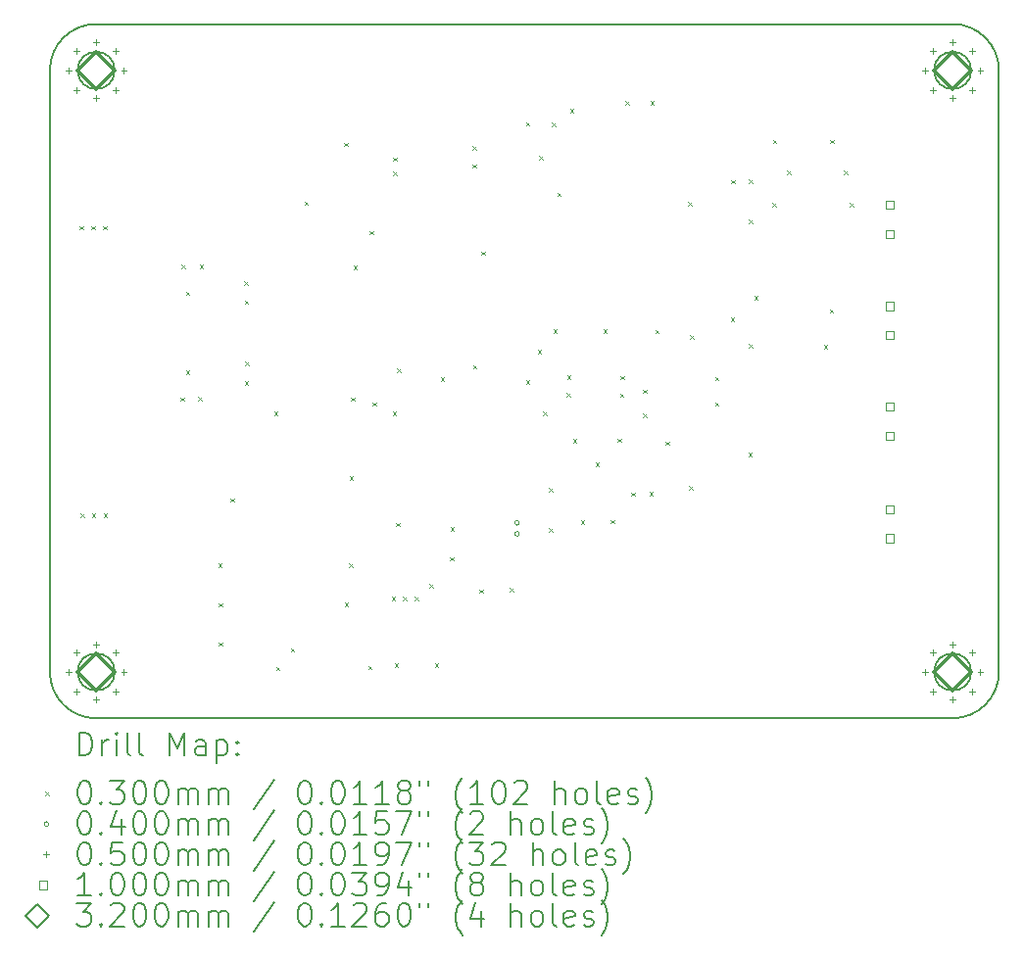
<source format=gbr>
%TF.GenerationSoftware,KiCad,Pcbnew,8.0.6*%
%TF.CreationDate,2024-11-04T12:41:53+02:00*%
%TF.ProjectId,PionController,50696f6e-436f-46e7-9472-6f6c6c65722e,rev?*%
%TF.SameCoordinates,Original*%
%TF.FileFunction,Drillmap*%
%TF.FilePolarity,Positive*%
%FSLAX45Y45*%
G04 Gerber Fmt 4.5, Leading zero omitted, Abs format (unit mm)*
G04 Created by KiCad (PCBNEW 8.0.6) date 2024-11-04 12:41:53*
%MOMM*%
%LPD*%
G01*
G04 APERTURE LIST*
%ADD10C,0.200000*%
%ADD11C,0.100000*%
%ADD12C,0.320000*%
G04 APERTURE END LIST*
D10*
X17800000Y-12665000D02*
X10400000Y-12665000D01*
X18200000Y-12265000D02*
G75*
G02*
X17800000Y-12665000I-400000J0D01*
G01*
X10560000Y-12265000D02*
G75*
G02*
X10240000Y-12265000I-160000J0D01*
G01*
X10240000Y-12265000D02*
G75*
G02*
X10560000Y-12265000I160000J0D01*
G01*
X10000000Y-7065000D02*
G75*
G02*
X10400000Y-6665000I400000J0D01*
G01*
X17960000Y-7065000D02*
G75*
G02*
X17640000Y-7065000I-160000J0D01*
G01*
X17640000Y-7065000D02*
G75*
G02*
X17960000Y-7065000I160000J0D01*
G01*
X18200000Y-7065000D02*
X18200000Y-12265000D01*
X10400000Y-6665000D02*
X17800000Y-6665000D01*
X10560000Y-7065000D02*
G75*
G02*
X10240000Y-7065000I-160000J0D01*
G01*
X10240000Y-7065000D02*
G75*
G02*
X10560000Y-7065000I160000J0D01*
G01*
X10400000Y-12665000D02*
G75*
G02*
X10000000Y-12265000I0J400000D01*
G01*
X17800000Y-6665000D02*
G75*
G02*
X18200000Y-7065000I0J-400000D01*
G01*
X17960000Y-12265000D02*
G75*
G02*
X17640000Y-12265000I-160000J0D01*
G01*
X17640000Y-12265000D02*
G75*
G02*
X17960000Y-12265000I160000J0D01*
G01*
X10000000Y-12265000D02*
X10000000Y-7065000D01*
D11*
X10258000Y-8410000D02*
X10288000Y-8440000D01*
X10288000Y-8410000D02*
X10258000Y-8440000D01*
X10264000Y-10895000D02*
X10294000Y-10925000D01*
X10294000Y-10895000D02*
X10264000Y-10925000D01*
X10358000Y-8410000D02*
X10388000Y-8440000D01*
X10388000Y-8410000D02*
X10358000Y-8440000D01*
X10364000Y-10895000D02*
X10394000Y-10925000D01*
X10394000Y-10895000D02*
X10364000Y-10925000D01*
X10458000Y-8410000D02*
X10488000Y-8440000D01*
X10488000Y-8410000D02*
X10458000Y-8440000D01*
X10464000Y-10895000D02*
X10494000Y-10925000D01*
X10494000Y-10895000D02*
X10464000Y-10925000D01*
X11127500Y-9892500D02*
X11157500Y-9922500D01*
X11157500Y-9892500D02*
X11127500Y-9922500D01*
X11137500Y-8745000D02*
X11167500Y-8775000D01*
X11167500Y-8745000D02*
X11137500Y-8775000D01*
X11176120Y-8976420D02*
X11206120Y-9006420D01*
X11206120Y-8976420D02*
X11176120Y-9006420D01*
X11176240Y-9659860D02*
X11206240Y-9689860D01*
X11206240Y-9659860D02*
X11176240Y-9689860D01*
X11282537Y-9887463D02*
X11312537Y-9917463D01*
X11312537Y-9887463D02*
X11282537Y-9917463D01*
X11295000Y-8745000D02*
X11325000Y-8775000D01*
X11325000Y-8745000D02*
X11295000Y-8775000D01*
X11454720Y-11326560D02*
X11484720Y-11356560D01*
X11484720Y-11326560D02*
X11454720Y-11356560D01*
X11457260Y-11672000D02*
X11487260Y-11702000D01*
X11487260Y-11672000D02*
X11457260Y-11702000D01*
X11457260Y-12007280D02*
X11487260Y-12037280D01*
X11487260Y-12007280D02*
X11457260Y-12037280D01*
X11562320Y-10764760D02*
X11592320Y-10794760D01*
X11592320Y-10764760D02*
X11562320Y-10794760D01*
X11680000Y-8890000D02*
X11710000Y-8920000D01*
X11710000Y-8890000D02*
X11680000Y-8920000D01*
X11681700Y-9052800D02*
X11711700Y-9082800D01*
X11711700Y-9052800D02*
X11681700Y-9082800D01*
X11684240Y-9751300D02*
X11714240Y-9781300D01*
X11714240Y-9751300D02*
X11684240Y-9781300D01*
X11689320Y-9583660D02*
X11719320Y-9613660D01*
X11719320Y-9583660D02*
X11689320Y-9613660D01*
X11938240Y-10015460D02*
X11968240Y-10045460D01*
X11968240Y-10015460D02*
X11938240Y-10045460D01*
X11953480Y-12220180D02*
X11983480Y-12250180D01*
X11983480Y-12220180D02*
X11953480Y-12250180D01*
X12083020Y-12060160D02*
X12113020Y-12090160D01*
X12113020Y-12060160D02*
X12083020Y-12090160D01*
X12201000Y-8198000D02*
X12231000Y-8228000D01*
X12231000Y-8198000D02*
X12201000Y-8228000D01*
X12545000Y-7690000D02*
X12575000Y-7720000D01*
X12575000Y-7690000D02*
X12545000Y-7720000D01*
X12547840Y-11663920D02*
X12577840Y-11693920D01*
X12577840Y-11663920D02*
X12547840Y-11693920D01*
X12585940Y-11326100D02*
X12615940Y-11356100D01*
X12615940Y-11326100D02*
X12585940Y-11356100D01*
X12588480Y-10571720D02*
X12618480Y-10601720D01*
X12618480Y-10571720D02*
X12588480Y-10601720D01*
X12601180Y-9891000D02*
X12631180Y-9921000D01*
X12631180Y-9891000D02*
X12601180Y-9921000D01*
X12623000Y-8754000D02*
X12653000Y-8784000D01*
X12653000Y-8754000D02*
X12623000Y-8784000D01*
X12749000Y-12211000D02*
X12779000Y-12241000D01*
X12779000Y-12211000D02*
X12749000Y-12241000D01*
X12764000Y-8452000D02*
X12794000Y-8482000D01*
X12794000Y-8452000D02*
X12764000Y-8482000D01*
X12789140Y-9934180D02*
X12819140Y-9964180D01*
X12819140Y-9934180D02*
X12789140Y-9964180D01*
X12952000Y-11617000D02*
X12982000Y-11647000D01*
X12982000Y-11617000D02*
X12952000Y-11647000D01*
X12961860Y-10012920D02*
X12991860Y-10042920D01*
X12991860Y-10012920D02*
X12961860Y-10042920D01*
X12967000Y-7817000D02*
X12997000Y-7847000D01*
X12997000Y-7817000D02*
X12967000Y-7847000D01*
X12968000Y-7943000D02*
X12998000Y-7973000D01*
X12998000Y-7943000D02*
X12968000Y-7973000D01*
X12979020Y-12191320D02*
X13009020Y-12221320D01*
X13009020Y-12191320D02*
X12979020Y-12221320D01*
X12992340Y-10975580D02*
X13022340Y-11005580D01*
X13022340Y-10975580D02*
X12992340Y-11005580D01*
X12998000Y-9641000D02*
X13028000Y-9671000D01*
X13028000Y-9641000D02*
X12998000Y-9671000D01*
X13052000Y-11617000D02*
X13082000Y-11647000D01*
X13082000Y-11617000D02*
X13052000Y-11647000D01*
X13152000Y-11617000D02*
X13182000Y-11647000D01*
X13182000Y-11617000D02*
X13152000Y-11647000D01*
X13279360Y-11503900D02*
X13309360Y-11533900D01*
X13309360Y-11503900D02*
X13279360Y-11533900D01*
X13327000Y-12188780D02*
X13357000Y-12218780D01*
X13357000Y-12188780D02*
X13327000Y-12218780D01*
X13375000Y-9720000D02*
X13405000Y-9750000D01*
X13405000Y-9720000D02*
X13375000Y-9750000D01*
X13458000Y-11272000D02*
X13488000Y-11302000D01*
X13488000Y-11272000D02*
X13458000Y-11302000D01*
X13462000Y-11013860D02*
X13492000Y-11043860D01*
X13492000Y-11013860D02*
X13462000Y-11043860D01*
X13652000Y-7877000D02*
X13682000Y-7907000D01*
X13682000Y-7877000D02*
X13652000Y-7907000D01*
X13654000Y-7719000D02*
X13684000Y-7749000D01*
X13684000Y-7719000D02*
X13654000Y-7749000D01*
X13657820Y-9614140D02*
X13687820Y-9644140D01*
X13687820Y-9614140D02*
X13657820Y-9644140D01*
X13712000Y-11552690D02*
X13742000Y-11582690D01*
X13742000Y-11552690D02*
X13712000Y-11582690D01*
X13728940Y-8631160D02*
X13758940Y-8661160D01*
X13758940Y-8631160D02*
X13728940Y-8661160D01*
X13975025Y-11537203D02*
X14005025Y-11567203D01*
X14005025Y-11537203D02*
X13975025Y-11567203D01*
X14115020Y-7513560D02*
X14145020Y-7543560D01*
X14145020Y-7513560D02*
X14115020Y-7543560D01*
X14115020Y-9746220D02*
X14145020Y-9776220D01*
X14145020Y-9746220D02*
X14115020Y-9776220D01*
X14214080Y-9479520D02*
X14244080Y-9509520D01*
X14244080Y-9479520D02*
X14214080Y-9509520D01*
X14226780Y-7803120D02*
X14256780Y-7833120D01*
X14256780Y-7803120D02*
X14226780Y-7833120D01*
X14262340Y-10012920D02*
X14292340Y-10042920D01*
X14292340Y-10012920D02*
X14262340Y-10042920D01*
X14310600Y-11021300D02*
X14340600Y-11051300D01*
X14340600Y-11021300D02*
X14310600Y-11051300D01*
X14313140Y-10675860D02*
X14343140Y-10705860D01*
X14343140Y-10675860D02*
X14313140Y-10705860D01*
X14336000Y-7516100D02*
X14366000Y-7546100D01*
X14366000Y-7516100D02*
X14336000Y-7546100D01*
X14348700Y-9301720D02*
X14378700Y-9331720D01*
X14378700Y-9301720D02*
X14348700Y-9331720D01*
X14382900Y-8121900D02*
X14412900Y-8151900D01*
X14412900Y-8121900D02*
X14382900Y-8151900D01*
X14463000Y-9852900D02*
X14493000Y-9882900D01*
X14493000Y-9852900D02*
X14463000Y-9882900D01*
X14468080Y-9703040D02*
X14498080Y-9733040D01*
X14498080Y-9703040D02*
X14468080Y-9733040D01*
X14496000Y-7398800D02*
X14526000Y-7428800D01*
X14526000Y-7398800D02*
X14496000Y-7428800D01*
X14520520Y-10253894D02*
X14550520Y-10283894D01*
X14550520Y-10253894D02*
X14520520Y-10283894D01*
X14587460Y-10952720D02*
X14617460Y-10982720D01*
X14617460Y-10952720D02*
X14587460Y-10982720D01*
X14714460Y-10457420D02*
X14744460Y-10487420D01*
X14744460Y-10457420D02*
X14714460Y-10487420D01*
X14780500Y-9301720D02*
X14810500Y-9331720D01*
X14810500Y-9301720D02*
X14780500Y-9331720D01*
X14844000Y-10950180D02*
X14874000Y-10980180D01*
X14874000Y-10950180D02*
X14844000Y-10980180D01*
X14903320Y-10248238D02*
X14933320Y-10278238D01*
X14933320Y-10248238D02*
X14903320Y-10278238D01*
X14925280Y-9857980D02*
X14955280Y-9887980D01*
X14955280Y-9857980D02*
X14925280Y-9887980D01*
X14932500Y-9704280D02*
X14962500Y-9734280D01*
X14962500Y-9704280D02*
X14932500Y-9734280D01*
X14971000Y-7330680D02*
X15001000Y-7360680D01*
X15001000Y-7330680D02*
X14971000Y-7360680D01*
X15024340Y-10713960D02*
X15054340Y-10743960D01*
X15054340Y-10713960D02*
X15024340Y-10743960D01*
X15125940Y-9824960D02*
X15155940Y-9854960D01*
X15155940Y-9824960D02*
X15125940Y-9854960D01*
X15125940Y-10030700D02*
X15155940Y-10060700D01*
X15155940Y-10030700D02*
X15125940Y-10060700D01*
X15179280Y-10711420D02*
X15209280Y-10741420D01*
X15209280Y-10711420D02*
X15179280Y-10741420D01*
X15190000Y-7331000D02*
X15220000Y-7361000D01*
X15220000Y-7331000D02*
X15190000Y-7361000D01*
X15230080Y-9306800D02*
X15260080Y-9336800D01*
X15260080Y-9306800D02*
X15230080Y-9336800D01*
X15321520Y-10272000D02*
X15351520Y-10302000D01*
X15351520Y-10272000D02*
X15321520Y-10302000D01*
X15514560Y-8201900D02*
X15544560Y-8231900D01*
X15544560Y-8201900D02*
X15514560Y-8231900D01*
X15522370Y-10660430D02*
X15552370Y-10690430D01*
X15552370Y-10660430D02*
X15522370Y-10690430D01*
X15532340Y-9352520D02*
X15562340Y-9382520D01*
X15562340Y-9352520D02*
X15532340Y-9382520D01*
X15745700Y-9934180D02*
X15775700Y-9964180D01*
X15775700Y-9934180D02*
X15745700Y-9964180D01*
X15748240Y-9715740D02*
X15778240Y-9745740D01*
X15778240Y-9715740D02*
X15748240Y-9745740D01*
X15882860Y-9200120D02*
X15912860Y-9230120D01*
X15912860Y-9200120D02*
X15882860Y-9230120D01*
X15885400Y-8011400D02*
X15915400Y-8041400D01*
X15915400Y-8011400D02*
X15885400Y-8041400D01*
X16035260Y-10368520D02*
X16065260Y-10398520D01*
X16065260Y-10368520D02*
X16035260Y-10398520D01*
X16037800Y-8008860D02*
X16067800Y-8038860D01*
X16067800Y-8008860D02*
X16037800Y-8038860D01*
X16037800Y-9428720D02*
X16067800Y-9458720D01*
X16067800Y-9428720D02*
X16037800Y-9458720D01*
X16040340Y-8356840D02*
X16070340Y-8386840D01*
X16070340Y-8356840D02*
X16040340Y-8386840D01*
X16087720Y-9015580D02*
X16117720Y-9045580D01*
X16117720Y-9015580D02*
X16087720Y-9045580D01*
X16245000Y-8211580D02*
X16275000Y-8241580D01*
X16275000Y-8211580D02*
X16245000Y-8241580D01*
X16246080Y-7665960D02*
X16276080Y-7695960D01*
X16276080Y-7665960D02*
X16246080Y-7695960D01*
X16370540Y-7932660D02*
X16400540Y-7962660D01*
X16400540Y-7932660D02*
X16370540Y-7962660D01*
X16685500Y-9441420D02*
X16715500Y-9471420D01*
X16715500Y-9441420D02*
X16685500Y-9471420D01*
X16740000Y-9131000D02*
X16770000Y-9161000D01*
X16770000Y-9131000D02*
X16740000Y-9161000D01*
X16740460Y-7666420D02*
X16770460Y-7696420D01*
X16770460Y-7666420D02*
X16740460Y-7696420D01*
X16860760Y-7930120D02*
X16890760Y-7960120D01*
X16890760Y-7930120D02*
X16860760Y-7960120D01*
X16911000Y-8211000D02*
X16941000Y-8241000D01*
X16941000Y-8211000D02*
X16911000Y-8241000D01*
X14056640Y-10976180D02*
G75*
G02*
X14016640Y-10976180I-20000J0D01*
G01*
X14016640Y-10976180D02*
G75*
G02*
X14056640Y-10976180I20000J0D01*
G01*
X14056640Y-11071180D02*
G75*
G02*
X14016640Y-11071180I-20000J0D01*
G01*
X14016640Y-11071180D02*
G75*
G02*
X14056640Y-11071180I20000J0D01*
G01*
X10160000Y-7040000D02*
X10160000Y-7090000D01*
X10135000Y-7065000D02*
X10185000Y-7065000D01*
X10160000Y-12240000D02*
X10160000Y-12290000D01*
X10135000Y-12265000D02*
X10185000Y-12265000D01*
X10230294Y-6870294D02*
X10230294Y-6920294D01*
X10205294Y-6895294D02*
X10255294Y-6895294D01*
X10230294Y-7209705D02*
X10230294Y-7259705D01*
X10205294Y-7234705D02*
X10255294Y-7234705D01*
X10230294Y-12070294D02*
X10230294Y-12120294D01*
X10205294Y-12095294D02*
X10255294Y-12095294D01*
X10230294Y-12409705D02*
X10230294Y-12459705D01*
X10205294Y-12434705D02*
X10255294Y-12434705D01*
X10400000Y-6800000D02*
X10400000Y-6850000D01*
X10375000Y-6825000D02*
X10425000Y-6825000D01*
X10400000Y-7280000D02*
X10400000Y-7330000D01*
X10375000Y-7305000D02*
X10425000Y-7305000D01*
X10400000Y-12000000D02*
X10400000Y-12050000D01*
X10375000Y-12025000D02*
X10425000Y-12025000D01*
X10400000Y-12480000D02*
X10400000Y-12530000D01*
X10375000Y-12505000D02*
X10425000Y-12505000D01*
X10569706Y-6870294D02*
X10569706Y-6920294D01*
X10544706Y-6895294D02*
X10594706Y-6895294D01*
X10569706Y-7209705D02*
X10569706Y-7259705D01*
X10544706Y-7234705D02*
X10594706Y-7234705D01*
X10569706Y-12070294D02*
X10569706Y-12120294D01*
X10544706Y-12095294D02*
X10594706Y-12095294D01*
X10569706Y-12409705D02*
X10569706Y-12459705D01*
X10544706Y-12434705D02*
X10594706Y-12434705D01*
X10640000Y-7040000D02*
X10640000Y-7090000D01*
X10615000Y-7065000D02*
X10665000Y-7065000D01*
X10640000Y-12240000D02*
X10640000Y-12290000D01*
X10615000Y-12265000D02*
X10665000Y-12265000D01*
X17560000Y-7040000D02*
X17560000Y-7090000D01*
X17535000Y-7065000D02*
X17585000Y-7065000D01*
X17560000Y-12240000D02*
X17560000Y-12290000D01*
X17535000Y-12265000D02*
X17585000Y-12265000D01*
X17630294Y-6870294D02*
X17630294Y-6920294D01*
X17605294Y-6895294D02*
X17655294Y-6895294D01*
X17630294Y-7209705D02*
X17630294Y-7259705D01*
X17605294Y-7234705D02*
X17655294Y-7234705D01*
X17630294Y-12070294D02*
X17630294Y-12120294D01*
X17605294Y-12095294D02*
X17655294Y-12095294D01*
X17630294Y-12409705D02*
X17630294Y-12459705D01*
X17605294Y-12434705D02*
X17655294Y-12434705D01*
X17800000Y-6800000D02*
X17800000Y-6850000D01*
X17775000Y-6825000D02*
X17825000Y-6825000D01*
X17800000Y-7280000D02*
X17800000Y-7330000D01*
X17775000Y-7305000D02*
X17825000Y-7305000D01*
X17800000Y-12000000D02*
X17800000Y-12050000D01*
X17775000Y-12025000D02*
X17825000Y-12025000D01*
X17800000Y-12480000D02*
X17800000Y-12530000D01*
X17775000Y-12505000D02*
X17825000Y-12505000D01*
X17969706Y-6870294D02*
X17969706Y-6920294D01*
X17944706Y-6895294D02*
X17994706Y-6895294D01*
X17969706Y-7209705D02*
X17969706Y-7259705D01*
X17944706Y-7234705D02*
X17994706Y-7234705D01*
X17969706Y-12070294D02*
X17969706Y-12120294D01*
X17944706Y-12095294D02*
X17994706Y-12095294D01*
X17969706Y-12409705D02*
X17969706Y-12459705D01*
X17944706Y-12434705D02*
X17994706Y-12434705D01*
X18040000Y-7040000D02*
X18040000Y-7090000D01*
X18015000Y-7065000D02*
X18065000Y-7065000D01*
X18040000Y-12240000D02*
X18040000Y-12290000D01*
X18015000Y-12265000D02*
X18065000Y-12265000D01*
X17291676Y-10894776D02*
X17291676Y-10824064D01*
X17220964Y-10824064D01*
X17220964Y-10894776D01*
X17291676Y-10894776D01*
X17291676Y-11144776D02*
X17291676Y-11074064D01*
X17220964Y-11074064D01*
X17220964Y-11144776D01*
X17291676Y-11144776D01*
X17292116Y-8263876D02*
X17292116Y-8193164D01*
X17221404Y-8193164D01*
X17221404Y-8263876D01*
X17292116Y-8263876D01*
X17292116Y-8513876D02*
X17292116Y-8443164D01*
X17221404Y-8443164D01*
X17221404Y-8513876D01*
X17292116Y-8513876D01*
X17292116Y-9137636D02*
X17292116Y-9066924D01*
X17221404Y-9066924D01*
X17221404Y-9137636D01*
X17292116Y-9137636D01*
X17292116Y-9387636D02*
X17292116Y-9316924D01*
X17221404Y-9316924D01*
X17221404Y-9387636D01*
X17292116Y-9387636D01*
X17292116Y-10008856D02*
X17292116Y-9938144D01*
X17221404Y-9938144D01*
X17221404Y-10008856D01*
X17292116Y-10008856D01*
X17292116Y-10258856D02*
X17292116Y-10188144D01*
X17221404Y-10188144D01*
X17221404Y-10258856D01*
X17292116Y-10258856D01*
D12*
X10400000Y-7225000D02*
X10560000Y-7065000D01*
X10400000Y-6905000D01*
X10240000Y-7065000D01*
X10400000Y-7225000D01*
X10400000Y-12425000D02*
X10560000Y-12265000D01*
X10400000Y-12105000D01*
X10240000Y-12265000D01*
X10400000Y-12425000D01*
X17800000Y-7225000D02*
X17960000Y-7065000D01*
X17800000Y-6905000D01*
X17640000Y-7065000D01*
X17800000Y-7225000D01*
X17800000Y-12425000D02*
X17960000Y-12265000D01*
X17800000Y-12105000D01*
X17640000Y-12265000D01*
X17800000Y-12425000D01*
D10*
X10250777Y-12986484D02*
X10250777Y-12786484D01*
X10250777Y-12786484D02*
X10298396Y-12786484D01*
X10298396Y-12786484D02*
X10326967Y-12796007D01*
X10326967Y-12796007D02*
X10346015Y-12815055D01*
X10346015Y-12815055D02*
X10355539Y-12834103D01*
X10355539Y-12834103D02*
X10365063Y-12872198D01*
X10365063Y-12872198D02*
X10365063Y-12900769D01*
X10365063Y-12900769D02*
X10355539Y-12938865D01*
X10355539Y-12938865D02*
X10346015Y-12957912D01*
X10346015Y-12957912D02*
X10326967Y-12976960D01*
X10326967Y-12976960D02*
X10298396Y-12986484D01*
X10298396Y-12986484D02*
X10250777Y-12986484D01*
X10450777Y-12986484D02*
X10450777Y-12853150D01*
X10450777Y-12891246D02*
X10460301Y-12872198D01*
X10460301Y-12872198D02*
X10469824Y-12862674D01*
X10469824Y-12862674D02*
X10488872Y-12853150D01*
X10488872Y-12853150D02*
X10507920Y-12853150D01*
X10574586Y-12986484D02*
X10574586Y-12853150D01*
X10574586Y-12786484D02*
X10565063Y-12796007D01*
X10565063Y-12796007D02*
X10574586Y-12805531D01*
X10574586Y-12805531D02*
X10584110Y-12796007D01*
X10584110Y-12796007D02*
X10574586Y-12786484D01*
X10574586Y-12786484D02*
X10574586Y-12805531D01*
X10698396Y-12986484D02*
X10679348Y-12976960D01*
X10679348Y-12976960D02*
X10669824Y-12957912D01*
X10669824Y-12957912D02*
X10669824Y-12786484D01*
X10803158Y-12986484D02*
X10784110Y-12976960D01*
X10784110Y-12976960D02*
X10774586Y-12957912D01*
X10774586Y-12957912D02*
X10774586Y-12786484D01*
X11031729Y-12986484D02*
X11031729Y-12786484D01*
X11031729Y-12786484D02*
X11098396Y-12929341D01*
X11098396Y-12929341D02*
X11165063Y-12786484D01*
X11165063Y-12786484D02*
X11165063Y-12986484D01*
X11346015Y-12986484D02*
X11346015Y-12881722D01*
X11346015Y-12881722D02*
X11336491Y-12862674D01*
X11336491Y-12862674D02*
X11317443Y-12853150D01*
X11317443Y-12853150D02*
X11279348Y-12853150D01*
X11279348Y-12853150D02*
X11260301Y-12862674D01*
X11346015Y-12976960D02*
X11326967Y-12986484D01*
X11326967Y-12986484D02*
X11279348Y-12986484D01*
X11279348Y-12986484D02*
X11260301Y-12976960D01*
X11260301Y-12976960D02*
X11250777Y-12957912D01*
X11250777Y-12957912D02*
X11250777Y-12938865D01*
X11250777Y-12938865D02*
X11260301Y-12919817D01*
X11260301Y-12919817D02*
X11279348Y-12910293D01*
X11279348Y-12910293D02*
X11326967Y-12910293D01*
X11326967Y-12910293D02*
X11346015Y-12900769D01*
X11441253Y-12853150D02*
X11441253Y-13053150D01*
X11441253Y-12862674D02*
X11460301Y-12853150D01*
X11460301Y-12853150D02*
X11498396Y-12853150D01*
X11498396Y-12853150D02*
X11517443Y-12862674D01*
X11517443Y-12862674D02*
X11526967Y-12872198D01*
X11526967Y-12872198D02*
X11536491Y-12891246D01*
X11536491Y-12891246D02*
X11536491Y-12948388D01*
X11536491Y-12948388D02*
X11526967Y-12967436D01*
X11526967Y-12967436D02*
X11517443Y-12976960D01*
X11517443Y-12976960D02*
X11498396Y-12986484D01*
X11498396Y-12986484D02*
X11460301Y-12986484D01*
X11460301Y-12986484D02*
X11441253Y-12976960D01*
X11622205Y-12967436D02*
X11631729Y-12976960D01*
X11631729Y-12976960D02*
X11622205Y-12986484D01*
X11622205Y-12986484D02*
X11612682Y-12976960D01*
X11612682Y-12976960D02*
X11622205Y-12967436D01*
X11622205Y-12967436D02*
X11622205Y-12986484D01*
X11622205Y-12862674D02*
X11631729Y-12872198D01*
X11631729Y-12872198D02*
X11622205Y-12881722D01*
X11622205Y-12881722D02*
X11612682Y-12872198D01*
X11612682Y-12872198D02*
X11622205Y-12862674D01*
X11622205Y-12862674D02*
X11622205Y-12881722D01*
D11*
X9960000Y-13300000D02*
X9990000Y-13330000D01*
X9990000Y-13300000D02*
X9960000Y-13330000D01*
D10*
X10288872Y-13206484D02*
X10307920Y-13206484D01*
X10307920Y-13206484D02*
X10326967Y-13216007D01*
X10326967Y-13216007D02*
X10336491Y-13225531D01*
X10336491Y-13225531D02*
X10346015Y-13244579D01*
X10346015Y-13244579D02*
X10355539Y-13282674D01*
X10355539Y-13282674D02*
X10355539Y-13330293D01*
X10355539Y-13330293D02*
X10346015Y-13368388D01*
X10346015Y-13368388D02*
X10336491Y-13387436D01*
X10336491Y-13387436D02*
X10326967Y-13396960D01*
X10326967Y-13396960D02*
X10307920Y-13406484D01*
X10307920Y-13406484D02*
X10288872Y-13406484D01*
X10288872Y-13406484D02*
X10269824Y-13396960D01*
X10269824Y-13396960D02*
X10260301Y-13387436D01*
X10260301Y-13387436D02*
X10250777Y-13368388D01*
X10250777Y-13368388D02*
X10241253Y-13330293D01*
X10241253Y-13330293D02*
X10241253Y-13282674D01*
X10241253Y-13282674D02*
X10250777Y-13244579D01*
X10250777Y-13244579D02*
X10260301Y-13225531D01*
X10260301Y-13225531D02*
X10269824Y-13216007D01*
X10269824Y-13216007D02*
X10288872Y-13206484D01*
X10441253Y-13387436D02*
X10450777Y-13396960D01*
X10450777Y-13396960D02*
X10441253Y-13406484D01*
X10441253Y-13406484D02*
X10431729Y-13396960D01*
X10431729Y-13396960D02*
X10441253Y-13387436D01*
X10441253Y-13387436D02*
X10441253Y-13406484D01*
X10517444Y-13206484D02*
X10641253Y-13206484D01*
X10641253Y-13206484D02*
X10574586Y-13282674D01*
X10574586Y-13282674D02*
X10603158Y-13282674D01*
X10603158Y-13282674D02*
X10622205Y-13292198D01*
X10622205Y-13292198D02*
X10631729Y-13301722D01*
X10631729Y-13301722D02*
X10641253Y-13320769D01*
X10641253Y-13320769D02*
X10641253Y-13368388D01*
X10641253Y-13368388D02*
X10631729Y-13387436D01*
X10631729Y-13387436D02*
X10622205Y-13396960D01*
X10622205Y-13396960D02*
X10603158Y-13406484D01*
X10603158Y-13406484D02*
X10546015Y-13406484D01*
X10546015Y-13406484D02*
X10526967Y-13396960D01*
X10526967Y-13396960D02*
X10517444Y-13387436D01*
X10765063Y-13206484D02*
X10784110Y-13206484D01*
X10784110Y-13206484D02*
X10803158Y-13216007D01*
X10803158Y-13216007D02*
X10812682Y-13225531D01*
X10812682Y-13225531D02*
X10822205Y-13244579D01*
X10822205Y-13244579D02*
X10831729Y-13282674D01*
X10831729Y-13282674D02*
X10831729Y-13330293D01*
X10831729Y-13330293D02*
X10822205Y-13368388D01*
X10822205Y-13368388D02*
X10812682Y-13387436D01*
X10812682Y-13387436D02*
X10803158Y-13396960D01*
X10803158Y-13396960D02*
X10784110Y-13406484D01*
X10784110Y-13406484D02*
X10765063Y-13406484D01*
X10765063Y-13406484D02*
X10746015Y-13396960D01*
X10746015Y-13396960D02*
X10736491Y-13387436D01*
X10736491Y-13387436D02*
X10726967Y-13368388D01*
X10726967Y-13368388D02*
X10717444Y-13330293D01*
X10717444Y-13330293D02*
X10717444Y-13282674D01*
X10717444Y-13282674D02*
X10726967Y-13244579D01*
X10726967Y-13244579D02*
X10736491Y-13225531D01*
X10736491Y-13225531D02*
X10746015Y-13216007D01*
X10746015Y-13216007D02*
X10765063Y-13206484D01*
X10955539Y-13206484D02*
X10974586Y-13206484D01*
X10974586Y-13206484D02*
X10993634Y-13216007D01*
X10993634Y-13216007D02*
X11003158Y-13225531D01*
X11003158Y-13225531D02*
X11012682Y-13244579D01*
X11012682Y-13244579D02*
X11022205Y-13282674D01*
X11022205Y-13282674D02*
X11022205Y-13330293D01*
X11022205Y-13330293D02*
X11012682Y-13368388D01*
X11012682Y-13368388D02*
X11003158Y-13387436D01*
X11003158Y-13387436D02*
X10993634Y-13396960D01*
X10993634Y-13396960D02*
X10974586Y-13406484D01*
X10974586Y-13406484D02*
X10955539Y-13406484D01*
X10955539Y-13406484D02*
X10936491Y-13396960D01*
X10936491Y-13396960D02*
X10926967Y-13387436D01*
X10926967Y-13387436D02*
X10917444Y-13368388D01*
X10917444Y-13368388D02*
X10907920Y-13330293D01*
X10907920Y-13330293D02*
X10907920Y-13282674D01*
X10907920Y-13282674D02*
X10917444Y-13244579D01*
X10917444Y-13244579D02*
X10926967Y-13225531D01*
X10926967Y-13225531D02*
X10936491Y-13216007D01*
X10936491Y-13216007D02*
X10955539Y-13206484D01*
X11107920Y-13406484D02*
X11107920Y-13273150D01*
X11107920Y-13292198D02*
X11117444Y-13282674D01*
X11117444Y-13282674D02*
X11136491Y-13273150D01*
X11136491Y-13273150D02*
X11165063Y-13273150D01*
X11165063Y-13273150D02*
X11184110Y-13282674D01*
X11184110Y-13282674D02*
X11193634Y-13301722D01*
X11193634Y-13301722D02*
X11193634Y-13406484D01*
X11193634Y-13301722D02*
X11203158Y-13282674D01*
X11203158Y-13282674D02*
X11222205Y-13273150D01*
X11222205Y-13273150D02*
X11250777Y-13273150D01*
X11250777Y-13273150D02*
X11269824Y-13282674D01*
X11269824Y-13282674D02*
X11279348Y-13301722D01*
X11279348Y-13301722D02*
X11279348Y-13406484D01*
X11374586Y-13406484D02*
X11374586Y-13273150D01*
X11374586Y-13292198D02*
X11384110Y-13282674D01*
X11384110Y-13282674D02*
X11403158Y-13273150D01*
X11403158Y-13273150D02*
X11431729Y-13273150D01*
X11431729Y-13273150D02*
X11450777Y-13282674D01*
X11450777Y-13282674D02*
X11460301Y-13301722D01*
X11460301Y-13301722D02*
X11460301Y-13406484D01*
X11460301Y-13301722D02*
X11469824Y-13282674D01*
X11469824Y-13282674D02*
X11488872Y-13273150D01*
X11488872Y-13273150D02*
X11517443Y-13273150D01*
X11517443Y-13273150D02*
X11536491Y-13282674D01*
X11536491Y-13282674D02*
X11546015Y-13301722D01*
X11546015Y-13301722D02*
X11546015Y-13406484D01*
X11936491Y-13196960D02*
X11765063Y-13454103D01*
X12193634Y-13206484D02*
X12212682Y-13206484D01*
X12212682Y-13206484D02*
X12231729Y-13216007D01*
X12231729Y-13216007D02*
X12241253Y-13225531D01*
X12241253Y-13225531D02*
X12250777Y-13244579D01*
X12250777Y-13244579D02*
X12260301Y-13282674D01*
X12260301Y-13282674D02*
X12260301Y-13330293D01*
X12260301Y-13330293D02*
X12250777Y-13368388D01*
X12250777Y-13368388D02*
X12241253Y-13387436D01*
X12241253Y-13387436D02*
X12231729Y-13396960D01*
X12231729Y-13396960D02*
X12212682Y-13406484D01*
X12212682Y-13406484D02*
X12193634Y-13406484D01*
X12193634Y-13406484D02*
X12174586Y-13396960D01*
X12174586Y-13396960D02*
X12165063Y-13387436D01*
X12165063Y-13387436D02*
X12155539Y-13368388D01*
X12155539Y-13368388D02*
X12146015Y-13330293D01*
X12146015Y-13330293D02*
X12146015Y-13282674D01*
X12146015Y-13282674D02*
X12155539Y-13244579D01*
X12155539Y-13244579D02*
X12165063Y-13225531D01*
X12165063Y-13225531D02*
X12174586Y-13216007D01*
X12174586Y-13216007D02*
X12193634Y-13206484D01*
X12346015Y-13387436D02*
X12355539Y-13396960D01*
X12355539Y-13396960D02*
X12346015Y-13406484D01*
X12346015Y-13406484D02*
X12336491Y-13396960D01*
X12336491Y-13396960D02*
X12346015Y-13387436D01*
X12346015Y-13387436D02*
X12346015Y-13406484D01*
X12479348Y-13206484D02*
X12498396Y-13206484D01*
X12498396Y-13206484D02*
X12517444Y-13216007D01*
X12517444Y-13216007D02*
X12526967Y-13225531D01*
X12526967Y-13225531D02*
X12536491Y-13244579D01*
X12536491Y-13244579D02*
X12546015Y-13282674D01*
X12546015Y-13282674D02*
X12546015Y-13330293D01*
X12546015Y-13330293D02*
X12536491Y-13368388D01*
X12536491Y-13368388D02*
X12526967Y-13387436D01*
X12526967Y-13387436D02*
X12517444Y-13396960D01*
X12517444Y-13396960D02*
X12498396Y-13406484D01*
X12498396Y-13406484D02*
X12479348Y-13406484D01*
X12479348Y-13406484D02*
X12460301Y-13396960D01*
X12460301Y-13396960D02*
X12450777Y-13387436D01*
X12450777Y-13387436D02*
X12441253Y-13368388D01*
X12441253Y-13368388D02*
X12431729Y-13330293D01*
X12431729Y-13330293D02*
X12431729Y-13282674D01*
X12431729Y-13282674D02*
X12441253Y-13244579D01*
X12441253Y-13244579D02*
X12450777Y-13225531D01*
X12450777Y-13225531D02*
X12460301Y-13216007D01*
X12460301Y-13216007D02*
X12479348Y-13206484D01*
X12736491Y-13406484D02*
X12622206Y-13406484D01*
X12679348Y-13406484D02*
X12679348Y-13206484D01*
X12679348Y-13206484D02*
X12660301Y-13235055D01*
X12660301Y-13235055D02*
X12641253Y-13254103D01*
X12641253Y-13254103D02*
X12622206Y-13263626D01*
X12926967Y-13406484D02*
X12812682Y-13406484D01*
X12869825Y-13406484D02*
X12869825Y-13206484D01*
X12869825Y-13206484D02*
X12850777Y-13235055D01*
X12850777Y-13235055D02*
X12831729Y-13254103D01*
X12831729Y-13254103D02*
X12812682Y-13263626D01*
X13041253Y-13292198D02*
X13022206Y-13282674D01*
X13022206Y-13282674D02*
X13012682Y-13273150D01*
X13012682Y-13273150D02*
X13003158Y-13254103D01*
X13003158Y-13254103D02*
X13003158Y-13244579D01*
X13003158Y-13244579D02*
X13012682Y-13225531D01*
X13012682Y-13225531D02*
X13022206Y-13216007D01*
X13022206Y-13216007D02*
X13041253Y-13206484D01*
X13041253Y-13206484D02*
X13079348Y-13206484D01*
X13079348Y-13206484D02*
X13098396Y-13216007D01*
X13098396Y-13216007D02*
X13107920Y-13225531D01*
X13107920Y-13225531D02*
X13117444Y-13244579D01*
X13117444Y-13244579D02*
X13117444Y-13254103D01*
X13117444Y-13254103D02*
X13107920Y-13273150D01*
X13107920Y-13273150D02*
X13098396Y-13282674D01*
X13098396Y-13282674D02*
X13079348Y-13292198D01*
X13079348Y-13292198D02*
X13041253Y-13292198D01*
X13041253Y-13292198D02*
X13022206Y-13301722D01*
X13022206Y-13301722D02*
X13012682Y-13311246D01*
X13012682Y-13311246D02*
X13003158Y-13330293D01*
X13003158Y-13330293D02*
X13003158Y-13368388D01*
X13003158Y-13368388D02*
X13012682Y-13387436D01*
X13012682Y-13387436D02*
X13022206Y-13396960D01*
X13022206Y-13396960D02*
X13041253Y-13406484D01*
X13041253Y-13406484D02*
X13079348Y-13406484D01*
X13079348Y-13406484D02*
X13098396Y-13396960D01*
X13098396Y-13396960D02*
X13107920Y-13387436D01*
X13107920Y-13387436D02*
X13117444Y-13368388D01*
X13117444Y-13368388D02*
X13117444Y-13330293D01*
X13117444Y-13330293D02*
X13107920Y-13311246D01*
X13107920Y-13311246D02*
X13098396Y-13301722D01*
X13098396Y-13301722D02*
X13079348Y-13292198D01*
X13193634Y-13206484D02*
X13193634Y-13244579D01*
X13269825Y-13206484D02*
X13269825Y-13244579D01*
X13565063Y-13482674D02*
X13555539Y-13473150D01*
X13555539Y-13473150D02*
X13536491Y-13444579D01*
X13536491Y-13444579D02*
X13526968Y-13425531D01*
X13526968Y-13425531D02*
X13517444Y-13396960D01*
X13517444Y-13396960D02*
X13507920Y-13349341D01*
X13507920Y-13349341D02*
X13507920Y-13311246D01*
X13507920Y-13311246D02*
X13517444Y-13263626D01*
X13517444Y-13263626D02*
X13526968Y-13235055D01*
X13526968Y-13235055D02*
X13536491Y-13216007D01*
X13536491Y-13216007D02*
X13555539Y-13187436D01*
X13555539Y-13187436D02*
X13565063Y-13177912D01*
X13746015Y-13406484D02*
X13631729Y-13406484D01*
X13688872Y-13406484D02*
X13688872Y-13206484D01*
X13688872Y-13206484D02*
X13669825Y-13235055D01*
X13669825Y-13235055D02*
X13650777Y-13254103D01*
X13650777Y-13254103D02*
X13631729Y-13263626D01*
X13869825Y-13206484D02*
X13888872Y-13206484D01*
X13888872Y-13206484D02*
X13907920Y-13216007D01*
X13907920Y-13216007D02*
X13917444Y-13225531D01*
X13917444Y-13225531D02*
X13926968Y-13244579D01*
X13926968Y-13244579D02*
X13936491Y-13282674D01*
X13936491Y-13282674D02*
X13936491Y-13330293D01*
X13936491Y-13330293D02*
X13926968Y-13368388D01*
X13926968Y-13368388D02*
X13917444Y-13387436D01*
X13917444Y-13387436D02*
X13907920Y-13396960D01*
X13907920Y-13396960D02*
X13888872Y-13406484D01*
X13888872Y-13406484D02*
X13869825Y-13406484D01*
X13869825Y-13406484D02*
X13850777Y-13396960D01*
X13850777Y-13396960D02*
X13841253Y-13387436D01*
X13841253Y-13387436D02*
X13831729Y-13368388D01*
X13831729Y-13368388D02*
X13822206Y-13330293D01*
X13822206Y-13330293D02*
X13822206Y-13282674D01*
X13822206Y-13282674D02*
X13831729Y-13244579D01*
X13831729Y-13244579D02*
X13841253Y-13225531D01*
X13841253Y-13225531D02*
X13850777Y-13216007D01*
X13850777Y-13216007D02*
X13869825Y-13206484D01*
X14012682Y-13225531D02*
X14022206Y-13216007D01*
X14022206Y-13216007D02*
X14041253Y-13206484D01*
X14041253Y-13206484D02*
X14088872Y-13206484D01*
X14088872Y-13206484D02*
X14107920Y-13216007D01*
X14107920Y-13216007D02*
X14117444Y-13225531D01*
X14117444Y-13225531D02*
X14126968Y-13244579D01*
X14126968Y-13244579D02*
X14126968Y-13263626D01*
X14126968Y-13263626D02*
X14117444Y-13292198D01*
X14117444Y-13292198D02*
X14003158Y-13406484D01*
X14003158Y-13406484D02*
X14126968Y-13406484D01*
X14365063Y-13406484D02*
X14365063Y-13206484D01*
X14450777Y-13406484D02*
X14450777Y-13301722D01*
X14450777Y-13301722D02*
X14441253Y-13282674D01*
X14441253Y-13282674D02*
X14422206Y-13273150D01*
X14422206Y-13273150D02*
X14393634Y-13273150D01*
X14393634Y-13273150D02*
X14374587Y-13282674D01*
X14374587Y-13282674D02*
X14365063Y-13292198D01*
X14574587Y-13406484D02*
X14555539Y-13396960D01*
X14555539Y-13396960D02*
X14546015Y-13387436D01*
X14546015Y-13387436D02*
X14536491Y-13368388D01*
X14536491Y-13368388D02*
X14536491Y-13311246D01*
X14536491Y-13311246D02*
X14546015Y-13292198D01*
X14546015Y-13292198D02*
X14555539Y-13282674D01*
X14555539Y-13282674D02*
X14574587Y-13273150D01*
X14574587Y-13273150D02*
X14603158Y-13273150D01*
X14603158Y-13273150D02*
X14622206Y-13282674D01*
X14622206Y-13282674D02*
X14631730Y-13292198D01*
X14631730Y-13292198D02*
X14641253Y-13311246D01*
X14641253Y-13311246D02*
X14641253Y-13368388D01*
X14641253Y-13368388D02*
X14631730Y-13387436D01*
X14631730Y-13387436D02*
X14622206Y-13396960D01*
X14622206Y-13396960D02*
X14603158Y-13406484D01*
X14603158Y-13406484D02*
X14574587Y-13406484D01*
X14755539Y-13406484D02*
X14736491Y-13396960D01*
X14736491Y-13396960D02*
X14726968Y-13377912D01*
X14726968Y-13377912D02*
X14726968Y-13206484D01*
X14907920Y-13396960D02*
X14888872Y-13406484D01*
X14888872Y-13406484D02*
X14850777Y-13406484D01*
X14850777Y-13406484D02*
X14831730Y-13396960D01*
X14831730Y-13396960D02*
X14822206Y-13377912D01*
X14822206Y-13377912D02*
X14822206Y-13301722D01*
X14822206Y-13301722D02*
X14831730Y-13282674D01*
X14831730Y-13282674D02*
X14850777Y-13273150D01*
X14850777Y-13273150D02*
X14888872Y-13273150D01*
X14888872Y-13273150D02*
X14907920Y-13282674D01*
X14907920Y-13282674D02*
X14917444Y-13301722D01*
X14917444Y-13301722D02*
X14917444Y-13320769D01*
X14917444Y-13320769D02*
X14822206Y-13339817D01*
X14993634Y-13396960D02*
X15012682Y-13406484D01*
X15012682Y-13406484D02*
X15050777Y-13406484D01*
X15050777Y-13406484D02*
X15069825Y-13396960D01*
X15069825Y-13396960D02*
X15079349Y-13377912D01*
X15079349Y-13377912D02*
X15079349Y-13368388D01*
X15079349Y-13368388D02*
X15069825Y-13349341D01*
X15069825Y-13349341D02*
X15050777Y-13339817D01*
X15050777Y-13339817D02*
X15022206Y-13339817D01*
X15022206Y-13339817D02*
X15003158Y-13330293D01*
X15003158Y-13330293D02*
X14993634Y-13311246D01*
X14993634Y-13311246D02*
X14993634Y-13301722D01*
X14993634Y-13301722D02*
X15003158Y-13282674D01*
X15003158Y-13282674D02*
X15022206Y-13273150D01*
X15022206Y-13273150D02*
X15050777Y-13273150D01*
X15050777Y-13273150D02*
X15069825Y-13282674D01*
X15146015Y-13482674D02*
X15155539Y-13473150D01*
X15155539Y-13473150D02*
X15174587Y-13444579D01*
X15174587Y-13444579D02*
X15184111Y-13425531D01*
X15184111Y-13425531D02*
X15193634Y-13396960D01*
X15193634Y-13396960D02*
X15203158Y-13349341D01*
X15203158Y-13349341D02*
X15203158Y-13311246D01*
X15203158Y-13311246D02*
X15193634Y-13263626D01*
X15193634Y-13263626D02*
X15184111Y-13235055D01*
X15184111Y-13235055D02*
X15174587Y-13216007D01*
X15174587Y-13216007D02*
X15155539Y-13187436D01*
X15155539Y-13187436D02*
X15146015Y-13177912D01*
D11*
X9990000Y-13579000D02*
G75*
G02*
X9950000Y-13579000I-20000J0D01*
G01*
X9950000Y-13579000D02*
G75*
G02*
X9990000Y-13579000I20000J0D01*
G01*
D10*
X10288872Y-13470484D02*
X10307920Y-13470484D01*
X10307920Y-13470484D02*
X10326967Y-13480007D01*
X10326967Y-13480007D02*
X10336491Y-13489531D01*
X10336491Y-13489531D02*
X10346015Y-13508579D01*
X10346015Y-13508579D02*
X10355539Y-13546674D01*
X10355539Y-13546674D02*
X10355539Y-13594293D01*
X10355539Y-13594293D02*
X10346015Y-13632388D01*
X10346015Y-13632388D02*
X10336491Y-13651436D01*
X10336491Y-13651436D02*
X10326967Y-13660960D01*
X10326967Y-13660960D02*
X10307920Y-13670484D01*
X10307920Y-13670484D02*
X10288872Y-13670484D01*
X10288872Y-13670484D02*
X10269824Y-13660960D01*
X10269824Y-13660960D02*
X10260301Y-13651436D01*
X10260301Y-13651436D02*
X10250777Y-13632388D01*
X10250777Y-13632388D02*
X10241253Y-13594293D01*
X10241253Y-13594293D02*
X10241253Y-13546674D01*
X10241253Y-13546674D02*
X10250777Y-13508579D01*
X10250777Y-13508579D02*
X10260301Y-13489531D01*
X10260301Y-13489531D02*
X10269824Y-13480007D01*
X10269824Y-13480007D02*
X10288872Y-13470484D01*
X10441253Y-13651436D02*
X10450777Y-13660960D01*
X10450777Y-13660960D02*
X10441253Y-13670484D01*
X10441253Y-13670484D02*
X10431729Y-13660960D01*
X10431729Y-13660960D02*
X10441253Y-13651436D01*
X10441253Y-13651436D02*
X10441253Y-13670484D01*
X10622205Y-13537150D02*
X10622205Y-13670484D01*
X10574586Y-13460960D02*
X10526967Y-13603817D01*
X10526967Y-13603817D02*
X10650777Y-13603817D01*
X10765063Y-13470484D02*
X10784110Y-13470484D01*
X10784110Y-13470484D02*
X10803158Y-13480007D01*
X10803158Y-13480007D02*
X10812682Y-13489531D01*
X10812682Y-13489531D02*
X10822205Y-13508579D01*
X10822205Y-13508579D02*
X10831729Y-13546674D01*
X10831729Y-13546674D02*
X10831729Y-13594293D01*
X10831729Y-13594293D02*
X10822205Y-13632388D01*
X10822205Y-13632388D02*
X10812682Y-13651436D01*
X10812682Y-13651436D02*
X10803158Y-13660960D01*
X10803158Y-13660960D02*
X10784110Y-13670484D01*
X10784110Y-13670484D02*
X10765063Y-13670484D01*
X10765063Y-13670484D02*
X10746015Y-13660960D01*
X10746015Y-13660960D02*
X10736491Y-13651436D01*
X10736491Y-13651436D02*
X10726967Y-13632388D01*
X10726967Y-13632388D02*
X10717444Y-13594293D01*
X10717444Y-13594293D02*
X10717444Y-13546674D01*
X10717444Y-13546674D02*
X10726967Y-13508579D01*
X10726967Y-13508579D02*
X10736491Y-13489531D01*
X10736491Y-13489531D02*
X10746015Y-13480007D01*
X10746015Y-13480007D02*
X10765063Y-13470484D01*
X10955539Y-13470484D02*
X10974586Y-13470484D01*
X10974586Y-13470484D02*
X10993634Y-13480007D01*
X10993634Y-13480007D02*
X11003158Y-13489531D01*
X11003158Y-13489531D02*
X11012682Y-13508579D01*
X11012682Y-13508579D02*
X11022205Y-13546674D01*
X11022205Y-13546674D02*
X11022205Y-13594293D01*
X11022205Y-13594293D02*
X11012682Y-13632388D01*
X11012682Y-13632388D02*
X11003158Y-13651436D01*
X11003158Y-13651436D02*
X10993634Y-13660960D01*
X10993634Y-13660960D02*
X10974586Y-13670484D01*
X10974586Y-13670484D02*
X10955539Y-13670484D01*
X10955539Y-13670484D02*
X10936491Y-13660960D01*
X10936491Y-13660960D02*
X10926967Y-13651436D01*
X10926967Y-13651436D02*
X10917444Y-13632388D01*
X10917444Y-13632388D02*
X10907920Y-13594293D01*
X10907920Y-13594293D02*
X10907920Y-13546674D01*
X10907920Y-13546674D02*
X10917444Y-13508579D01*
X10917444Y-13508579D02*
X10926967Y-13489531D01*
X10926967Y-13489531D02*
X10936491Y-13480007D01*
X10936491Y-13480007D02*
X10955539Y-13470484D01*
X11107920Y-13670484D02*
X11107920Y-13537150D01*
X11107920Y-13556198D02*
X11117444Y-13546674D01*
X11117444Y-13546674D02*
X11136491Y-13537150D01*
X11136491Y-13537150D02*
X11165063Y-13537150D01*
X11165063Y-13537150D02*
X11184110Y-13546674D01*
X11184110Y-13546674D02*
X11193634Y-13565722D01*
X11193634Y-13565722D02*
X11193634Y-13670484D01*
X11193634Y-13565722D02*
X11203158Y-13546674D01*
X11203158Y-13546674D02*
X11222205Y-13537150D01*
X11222205Y-13537150D02*
X11250777Y-13537150D01*
X11250777Y-13537150D02*
X11269824Y-13546674D01*
X11269824Y-13546674D02*
X11279348Y-13565722D01*
X11279348Y-13565722D02*
X11279348Y-13670484D01*
X11374586Y-13670484D02*
X11374586Y-13537150D01*
X11374586Y-13556198D02*
X11384110Y-13546674D01*
X11384110Y-13546674D02*
X11403158Y-13537150D01*
X11403158Y-13537150D02*
X11431729Y-13537150D01*
X11431729Y-13537150D02*
X11450777Y-13546674D01*
X11450777Y-13546674D02*
X11460301Y-13565722D01*
X11460301Y-13565722D02*
X11460301Y-13670484D01*
X11460301Y-13565722D02*
X11469824Y-13546674D01*
X11469824Y-13546674D02*
X11488872Y-13537150D01*
X11488872Y-13537150D02*
X11517443Y-13537150D01*
X11517443Y-13537150D02*
X11536491Y-13546674D01*
X11536491Y-13546674D02*
X11546015Y-13565722D01*
X11546015Y-13565722D02*
X11546015Y-13670484D01*
X11936491Y-13460960D02*
X11765063Y-13718103D01*
X12193634Y-13470484D02*
X12212682Y-13470484D01*
X12212682Y-13470484D02*
X12231729Y-13480007D01*
X12231729Y-13480007D02*
X12241253Y-13489531D01*
X12241253Y-13489531D02*
X12250777Y-13508579D01*
X12250777Y-13508579D02*
X12260301Y-13546674D01*
X12260301Y-13546674D02*
X12260301Y-13594293D01*
X12260301Y-13594293D02*
X12250777Y-13632388D01*
X12250777Y-13632388D02*
X12241253Y-13651436D01*
X12241253Y-13651436D02*
X12231729Y-13660960D01*
X12231729Y-13660960D02*
X12212682Y-13670484D01*
X12212682Y-13670484D02*
X12193634Y-13670484D01*
X12193634Y-13670484D02*
X12174586Y-13660960D01*
X12174586Y-13660960D02*
X12165063Y-13651436D01*
X12165063Y-13651436D02*
X12155539Y-13632388D01*
X12155539Y-13632388D02*
X12146015Y-13594293D01*
X12146015Y-13594293D02*
X12146015Y-13546674D01*
X12146015Y-13546674D02*
X12155539Y-13508579D01*
X12155539Y-13508579D02*
X12165063Y-13489531D01*
X12165063Y-13489531D02*
X12174586Y-13480007D01*
X12174586Y-13480007D02*
X12193634Y-13470484D01*
X12346015Y-13651436D02*
X12355539Y-13660960D01*
X12355539Y-13660960D02*
X12346015Y-13670484D01*
X12346015Y-13670484D02*
X12336491Y-13660960D01*
X12336491Y-13660960D02*
X12346015Y-13651436D01*
X12346015Y-13651436D02*
X12346015Y-13670484D01*
X12479348Y-13470484D02*
X12498396Y-13470484D01*
X12498396Y-13470484D02*
X12517444Y-13480007D01*
X12517444Y-13480007D02*
X12526967Y-13489531D01*
X12526967Y-13489531D02*
X12536491Y-13508579D01*
X12536491Y-13508579D02*
X12546015Y-13546674D01*
X12546015Y-13546674D02*
X12546015Y-13594293D01*
X12546015Y-13594293D02*
X12536491Y-13632388D01*
X12536491Y-13632388D02*
X12526967Y-13651436D01*
X12526967Y-13651436D02*
X12517444Y-13660960D01*
X12517444Y-13660960D02*
X12498396Y-13670484D01*
X12498396Y-13670484D02*
X12479348Y-13670484D01*
X12479348Y-13670484D02*
X12460301Y-13660960D01*
X12460301Y-13660960D02*
X12450777Y-13651436D01*
X12450777Y-13651436D02*
X12441253Y-13632388D01*
X12441253Y-13632388D02*
X12431729Y-13594293D01*
X12431729Y-13594293D02*
X12431729Y-13546674D01*
X12431729Y-13546674D02*
X12441253Y-13508579D01*
X12441253Y-13508579D02*
X12450777Y-13489531D01*
X12450777Y-13489531D02*
X12460301Y-13480007D01*
X12460301Y-13480007D02*
X12479348Y-13470484D01*
X12736491Y-13670484D02*
X12622206Y-13670484D01*
X12679348Y-13670484D02*
X12679348Y-13470484D01*
X12679348Y-13470484D02*
X12660301Y-13499055D01*
X12660301Y-13499055D02*
X12641253Y-13518103D01*
X12641253Y-13518103D02*
X12622206Y-13527626D01*
X12917444Y-13470484D02*
X12822206Y-13470484D01*
X12822206Y-13470484D02*
X12812682Y-13565722D01*
X12812682Y-13565722D02*
X12822206Y-13556198D01*
X12822206Y-13556198D02*
X12841253Y-13546674D01*
X12841253Y-13546674D02*
X12888872Y-13546674D01*
X12888872Y-13546674D02*
X12907920Y-13556198D01*
X12907920Y-13556198D02*
X12917444Y-13565722D01*
X12917444Y-13565722D02*
X12926967Y-13584769D01*
X12926967Y-13584769D02*
X12926967Y-13632388D01*
X12926967Y-13632388D02*
X12917444Y-13651436D01*
X12917444Y-13651436D02*
X12907920Y-13660960D01*
X12907920Y-13660960D02*
X12888872Y-13670484D01*
X12888872Y-13670484D02*
X12841253Y-13670484D01*
X12841253Y-13670484D02*
X12822206Y-13660960D01*
X12822206Y-13660960D02*
X12812682Y-13651436D01*
X12993634Y-13470484D02*
X13126967Y-13470484D01*
X13126967Y-13470484D02*
X13041253Y-13670484D01*
X13193634Y-13470484D02*
X13193634Y-13508579D01*
X13269825Y-13470484D02*
X13269825Y-13508579D01*
X13565063Y-13746674D02*
X13555539Y-13737150D01*
X13555539Y-13737150D02*
X13536491Y-13708579D01*
X13536491Y-13708579D02*
X13526968Y-13689531D01*
X13526968Y-13689531D02*
X13517444Y-13660960D01*
X13517444Y-13660960D02*
X13507920Y-13613341D01*
X13507920Y-13613341D02*
X13507920Y-13575246D01*
X13507920Y-13575246D02*
X13517444Y-13527626D01*
X13517444Y-13527626D02*
X13526968Y-13499055D01*
X13526968Y-13499055D02*
X13536491Y-13480007D01*
X13536491Y-13480007D02*
X13555539Y-13451436D01*
X13555539Y-13451436D02*
X13565063Y-13441912D01*
X13631729Y-13489531D02*
X13641253Y-13480007D01*
X13641253Y-13480007D02*
X13660301Y-13470484D01*
X13660301Y-13470484D02*
X13707920Y-13470484D01*
X13707920Y-13470484D02*
X13726968Y-13480007D01*
X13726968Y-13480007D02*
X13736491Y-13489531D01*
X13736491Y-13489531D02*
X13746015Y-13508579D01*
X13746015Y-13508579D02*
X13746015Y-13527626D01*
X13746015Y-13527626D02*
X13736491Y-13556198D01*
X13736491Y-13556198D02*
X13622206Y-13670484D01*
X13622206Y-13670484D02*
X13746015Y-13670484D01*
X13984110Y-13670484D02*
X13984110Y-13470484D01*
X14069825Y-13670484D02*
X14069825Y-13565722D01*
X14069825Y-13565722D02*
X14060301Y-13546674D01*
X14060301Y-13546674D02*
X14041253Y-13537150D01*
X14041253Y-13537150D02*
X14012682Y-13537150D01*
X14012682Y-13537150D02*
X13993634Y-13546674D01*
X13993634Y-13546674D02*
X13984110Y-13556198D01*
X14193634Y-13670484D02*
X14174587Y-13660960D01*
X14174587Y-13660960D02*
X14165063Y-13651436D01*
X14165063Y-13651436D02*
X14155539Y-13632388D01*
X14155539Y-13632388D02*
X14155539Y-13575246D01*
X14155539Y-13575246D02*
X14165063Y-13556198D01*
X14165063Y-13556198D02*
X14174587Y-13546674D01*
X14174587Y-13546674D02*
X14193634Y-13537150D01*
X14193634Y-13537150D02*
X14222206Y-13537150D01*
X14222206Y-13537150D02*
X14241253Y-13546674D01*
X14241253Y-13546674D02*
X14250777Y-13556198D01*
X14250777Y-13556198D02*
X14260301Y-13575246D01*
X14260301Y-13575246D02*
X14260301Y-13632388D01*
X14260301Y-13632388D02*
X14250777Y-13651436D01*
X14250777Y-13651436D02*
X14241253Y-13660960D01*
X14241253Y-13660960D02*
X14222206Y-13670484D01*
X14222206Y-13670484D02*
X14193634Y-13670484D01*
X14374587Y-13670484D02*
X14355539Y-13660960D01*
X14355539Y-13660960D02*
X14346015Y-13641912D01*
X14346015Y-13641912D02*
X14346015Y-13470484D01*
X14526968Y-13660960D02*
X14507920Y-13670484D01*
X14507920Y-13670484D02*
X14469825Y-13670484D01*
X14469825Y-13670484D02*
X14450777Y-13660960D01*
X14450777Y-13660960D02*
X14441253Y-13641912D01*
X14441253Y-13641912D02*
X14441253Y-13565722D01*
X14441253Y-13565722D02*
X14450777Y-13546674D01*
X14450777Y-13546674D02*
X14469825Y-13537150D01*
X14469825Y-13537150D02*
X14507920Y-13537150D01*
X14507920Y-13537150D02*
X14526968Y-13546674D01*
X14526968Y-13546674D02*
X14536491Y-13565722D01*
X14536491Y-13565722D02*
X14536491Y-13584769D01*
X14536491Y-13584769D02*
X14441253Y-13603817D01*
X14612682Y-13660960D02*
X14631730Y-13670484D01*
X14631730Y-13670484D02*
X14669825Y-13670484D01*
X14669825Y-13670484D02*
X14688872Y-13660960D01*
X14688872Y-13660960D02*
X14698396Y-13641912D01*
X14698396Y-13641912D02*
X14698396Y-13632388D01*
X14698396Y-13632388D02*
X14688872Y-13613341D01*
X14688872Y-13613341D02*
X14669825Y-13603817D01*
X14669825Y-13603817D02*
X14641253Y-13603817D01*
X14641253Y-13603817D02*
X14622206Y-13594293D01*
X14622206Y-13594293D02*
X14612682Y-13575246D01*
X14612682Y-13575246D02*
X14612682Y-13565722D01*
X14612682Y-13565722D02*
X14622206Y-13546674D01*
X14622206Y-13546674D02*
X14641253Y-13537150D01*
X14641253Y-13537150D02*
X14669825Y-13537150D01*
X14669825Y-13537150D02*
X14688872Y-13546674D01*
X14765063Y-13746674D02*
X14774587Y-13737150D01*
X14774587Y-13737150D02*
X14793634Y-13708579D01*
X14793634Y-13708579D02*
X14803158Y-13689531D01*
X14803158Y-13689531D02*
X14812682Y-13660960D01*
X14812682Y-13660960D02*
X14822206Y-13613341D01*
X14822206Y-13613341D02*
X14822206Y-13575246D01*
X14822206Y-13575246D02*
X14812682Y-13527626D01*
X14812682Y-13527626D02*
X14803158Y-13499055D01*
X14803158Y-13499055D02*
X14793634Y-13480007D01*
X14793634Y-13480007D02*
X14774587Y-13451436D01*
X14774587Y-13451436D02*
X14765063Y-13441912D01*
D11*
X9965000Y-13818000D02*
X9965000Y-13868000D01*
X9940000Y-13843000D02*
X9990000Y-13843000D01*
D10*
X10288872Y-13734484D02*
X10307920Y-13734484D01*
X10307920Y-13734484D02*
X10326967Y-13744007D01*
X10326967Y-13744007D02*
X10336491Y-13753531D01*
X10336491Y-13753531D02*
X10346015Y-13772579D01*
X10346015Y-13772579D02*
X10355539Y-13810674D01*
X10355539Y-13810674D02*
X10355539Y-13858293D01*
X10355539Y-13858293D02*
X10346015Y-13896388D01*
X10346015Y-13896388D02*
X10336491Y-13915436D01*
X10336491Y-13915436D02*
X10326967Y-13924960D01*
X10326967Y-13924960D02*
X10307920Y-13934484D01*
X10307920Y-13934484D02*
X10288872Y-13934484D01*
X10288872Y-13934484D02*
X10269824Y-13924960D01*
X10269824Y-13924960D02*
X10260301Y-13915436D01*
X10260301Y-13915436D02*
X10250777Y-13896388D01*
X10250777Y-13896388D02*
X10241253Y-13858293D01*
X10241253Y-13858293D02*
X10241253Y-13810674D01*
X10241253Y-13810674D02*
X10250777Y-13772579D01*
X10250777Y-13772579D02*
X10260301Y-13753531D01*
X10260301Y-13753531D02*
X10269824Y-13744007D01*
X10269824Y-13744007D02*
X10288872Y-13734484D01*
X10441253Y-13915436D02*
X10450777Y-13924960D01*
X10450777Y-13924960D02*
X10441253Y-13934484D01*
X10441253Y-13934484D02*
X10431729Y-13924960D01*
X10431729Y-13924960D02*
X10441253Y-13915436D01*
X10441253Y-13915436D02*
X10441253Y-13934484D01*
X10631729Y-13734484D02*
X10536491Y-13734484D01*
X10536491Y-13734484D02*
X10526967Y-13829722D01*
X10526967Y-13829722D02*
X10536491Y-13820198D01*
X10536491Y-13820198D02*
X10555539Y-13810674D01*
X10555539Y-13810674D02*
X10603158Y-13810674D01*
X10603158Y-13810674D02*
X10622205Y-13820198D01*
X10622205Y-13820198D02*
X10631729Y-13829722D01*
X10631729Y-13829722D02*
X10641253Y-13848769D01*
X10641253Y-13848769D02*
X10641253Y-13896388D01*
X10641253Y-13896388D02*
X10631729Y-13915436D01*
X10631729Y-13915436D02*
X10622205Y-13924960D01*
X10622205Y-13924960D02*
X10603158Y-13934484D01*
X10603158Y-13934484D02*
X10555539Y-13934484D01*
X10555539Y-13934484D02*
X10536491Y-13924960D01*
X10536491Y-13924960D02*
X10526967Y-13915436D01*
X10765063Y-13734484D02*
X10784110Y-13734484D01*
X10784110Y-13734484D02*
X10803158Y-13744007D01*
X10803158Y-13744007D02*
X10812682Y-13753531D01*
X10812682Y-13753531D02*
X10822205Y-13772579D01*
X10822205Y-13772579D02*
X10831729Y-13810674D01*
X10831729Y-13810674D02*
X10831729Y-13858293D01*
X10831729Y-13858293D02*
X10822205Y-13896388D01*
X10822205Y-13896388D02*
X10812682Y-13915436D01*
X10812682Y-13915436D02*
X10803158Y-13924960D01*
X10803158Y-13924960D02*
X10784110Y-13934484D01*
X10784110Y-13934484D02*
X10765063Y-13934484D01*
X10765063Y-13934484D02*
X10746015Y-13924960D01*
X10746015Y-13924960D02*
X10736491Y-13915436D01*
X10736491Y-13915436D02*
X10726967Y-13896388D01*
X10726967Y-13896388D02*
X10717444Y-13858293D01*
X10717444Y-13858293D02*
X10717444Y-13810674D01*
X10717444Y-13810674D02*
X10726967Y-13772579D01*
X10726967Y-13772579D02*
X10736491Y-13753531D01*
X10736491Y-13753531D02*
X10746015Y-13744007D01*
X10746015Y-13744007D02*
X10765063Y-13734484D01*
X10955539Y-13734484D02*
X10974586Y-13734484D01*
X10974586Y-13734484D02*
X10993634Y-13744007D01*
X10993634Y-13744007D02*
X11003158Y-13753531D01*
X11003158Y-13753531D02*
X11012682Y-13772579D01*
X11012682Y-13772579D02*
X11022205Y-13810674D01*
X11022205Y-13810674D02*
X11022205Y-13858293D01*
X11022205Y-13858293D02*
X11012682Y-13896388D01*
X11012682Y-13896388D02*
X11003158Y-13915436D01*
X11003158Y-13915436D02*
X10993634Y-13924960D01*
X10993634Y-13924960D02*
X10974586Y-13934484D01*
X10974586Y-13934484D02*
X10955539Y-13934484D01*
X10955539Y-13934484D02*
X10936491Y-13924960D01*
X10936491Y-13924960D02*
X10926967Y-13915436D01*
X10926967Y-13915436D02*
X10917444Y-13896388D01*
X10917444Y-13896388D02*
X10907920Y-13858293D01*
X10907920Y-13858293D02*
X10907920Y-13810674D01*
X10907920Y-13810674D02*
X10917444Y-13772579D01*
X10917444Y-13772579D02*
X10926967Y-13753531D01*
X10926967Y-13753531D02*
X10936491Y-13744007D01*
X10936491Y-13744007D02*
X10955539Y-13734484D01*
X11107920Y-13934484D02*
X11107920Y-13801150D01*
X11107920Y-13820198D02*
X11117444Y-13810674D01*
X11117444Y-13810674D02*
X11136491Y-13801150D01*
X11136491Y-13801150D02*
X11165063Y-13801150D01*
X11165063Y-13801150D02*
X11184110Y-13810674D01*
X11184110Y-13810674D02*
X11193634Y-13829722D01*
X11193634Y-13829722D02*
X11193634Y-13934484D01*
X11193634Y-13829722D02*
X11203158Y-13810674D01*
X11203158Y-13810674D02*
X11222205Y-13801150D01*
X11222205Y-13801150D02*
X11250777Y-13801150D01*
X11250777Y-13801150D02*
X11269824Y-13810674D01*
X11269824Y-13810674D02*
X11279348Y-13829722D01*
X11279348Y-13829722D02*
X11279348Y-13934484D01*
X11374586Y-13934484D02*
X11374586Y-13801150D01*
X11374586Y-13820198D02*
X11384110Y-13810674D01*
X11384110Y-13810674D02*
X11403158Y-13801150D01*
X11403158Y-13801150D02*
X11431729Y-13801150D01*
X11431729Y-13801150D02*
X11450777Y-13810674D01*
X11450777Y-13810674D02*
X11460301Y-13829722D01*
X11460301Y-13829722D02*
X11460301Y-13934484D01*
X11460301Y-13829722D02*
X11469824Y-13810674D01*
X11469824Y-13810674D02*
X11488872Y-13801150D01*
X11488872Y-13801150D02*
X11517443Y-13801150D01*
X11517443Y-13801150D02*
X11536491Y-13810674D01*
X11536491Y-13810674D02*
X11546015Y-13829722D01*
X11546015Y-13829722D02*
X11546015Y-13934484D01*
X11936491Y-13724960D02*
X11765063Y-13982103D01*
X12193634Y-13734484D02*
X12212682Y-13734484D01*
X12212682Y-13734484D02*
X12231729Y-13744007D01*
X12231729Y-13744007D02*
X12241253Y-13753531D01*
X12241253Y-13753531D02*
X12250777Y-13772579D01*
X12250777Y-13772579D02*
X12260301Y-13810674D01*
X12260301Y-13810674D02*
X12260301Y-13858293D01*
X12260301Y-13858293D02*
X12250777Y-13896388D01*
X12250777Y-13896388D02*
X12241253Y-13915436D01*
X12241253Y-13915436D02*
X12231729Y-13924960D01*
X12231729Y-13924960D02*
X12212682Y-13934484D01*
X12212682Y-13934484D02*
X12193634Y-13934484D01*
X12193634Y-13934484D02*
X12174586Y-13924960D01*
X12174586Y-13924960D02*
X12165063Y-13915436D01*
X12165063Y-13915436D02*
X12155539Y-13896388D01*
X12155539Y-13896388D02*
X12146015Y-13858293D01*
X12146015Y-13858293D02*
X12146015Y-13810674D01*
X12146015Y-13810674D02*
X12155539Y-13772579D01*
X12155539Y-13772579D02*
X12165063Y-13753531D01*
X12165063Y-13753531D02*
X12174586Y-13744007D01*
X12174586Y-13744007D02*
X12193634Y-13734484D01*
X12346015Y-13915436D02*
X12355539Y-13924960D01*
X12355539Y-13924960D02*
X12346015Y-13934484D01*
X12346015Y-13934484D02*
X12336491Y-13924960D01*
X12336491Y-13924960D02*
X12346015Y-13915436D01*
X12346015Y-13915436D02*
X12346015Y-13934484D01*
X12479348Y-13734484D02*
X12498396Y-13734484D01*
X12498396Y-13734484D02*
X12517444Y-13744007D01*
X12517444Y-13744007D02*
X12526967Y-13753531D01*
X12526967Y-13753531D02*
X12536491Y-13772579D01*
X12536491Y-13772579D02*
X12546015Y-13810674D01*
X12546015Y-13810674D02*
X12546015Y-13858293D01*
X12546015Y-13858293D02*
X12536491Y-13896388D01*
X12536491Y-13896388D02*
X12526967Y-13915436D01*
X12526967Y-13915436D02*
X12517444Y-13924960D01*
X12517444Y-13924960D02*
X12498396Y-13934484D01*
X12498396Y-13934484D02*
X12479348Y-13934484D01*
X12479348Y-13934484D02*
X12460301Y-13924960D01*
X12460301Y-13924960D02*
X12450777Y-13915436D01*
X12450777Y-13915436D02*
X12441253Y-13896388D01*
X12441253Y-13896388D02*
X12431729Y-13858293D01*
X12431729Y-13858293D02*
X12431729Y-13810674D01*
X12431729Y-13810674D02*
X12441253Y-13772579D01*
X12441253Y-13772579D02*
X12450777Y-13753531D01*
X12450777Y-13753531D02*
X12460301Y-13744007D01*
X12460301Y-13744007D02*
X12479348Y-13734484D01*
X12736491Y-13934484D02*
X12622206Y-13934484D01*
X12679348Y-13934484D02*
X12679348Y-13734484D01*
X12679348Y-13734484D02*
X12660301Y-13763055D01*
X12660301Y-13763055D02*
X12641253Y-13782103D01*
X12641253Y-13782103D02*
X12622206Y-13791626D01*
X12831729Y-13934484D02*
X12869825Y-13934484D01*
X12869825Y-13934484D02*
X12888872Y-13924960D01*
X12888872Y-13924960D02*
X12898396Y-13915436D01*
X12898396Y-13915436D02*
X12917444Y-13886865D01*
X12917444Y-13886865D02*
X12926967Y-13848769D01*
X12926967Y-13848769D02*
X12926967Y-13772579D01*
X12926967Y-13772579D02*
X12917444Y-13753531D01*
X12917444Y-13753531D02*
X12907920Y-13744007D01*
X12907920Y-13744007D02*
X12888872Y-13734484D01*
X12888872Y-13734484D02*
X12850777Y-13734484D01*
X12850777Y-13734484D02*
X12831729Y-13744007D01*
X12831729Y-13744007D02*
X12822206Y-13753531D01*
X12822206Y-13753531D02*
X12812682Y-13772579D01*
X12812682Y-13772579D02*
X12812682Y-13820198D01*
X12812682Y-13820198D02*
X12822206Y-13839246D01*
X12822206Y-13839246D02*
X12831729Y-13848769D01*
X12831729Y-13848769D02*
X12850777Y-13858293D01*
X12850777Y-13858293D02*
X12888872Y-13858293D01*
X12888872Y-13858293D02*
X12907920Y-13848769D01*
X12907920Y-13848769D02*
X12917444Y-13839246D01*
X12917444Y-13839246D02*
X12926967Y-13820198D01*
X12993634Y-13734484D02*
X13126967Y-13734484D01*
X13126967Y-13734484D02*
X13041253Y-13934484D01*
X13193634Y-13734484D02*
X13193634Y-13772579D01*
X13269825Y-13734484D02*
X13269825Y-13772579D01*
X13565063Y-14010674D02*
X13555539Y-14001150D01*
X13555539Y-14001150D02*
X13536491Y-13972579D01*
X13536491Y-13972579D02*
X13526968Y-13953531D01*
X13526968Y-13953531D02*
X13517444Y-13924960D01*
X13517444Y-13924960D02*
X13507920Y-13877341D01*
X13507920Y-13877341D02*
X13507920Y-13839246D01*
X13507920Y-13839246D02*
X13517444Y-13791626D01*
X13517444Y-13791626D02*
X13526968Y-13763055D01*
X13526968Y-13763055D02*
X13536491Y-13744007D01*
X13536491Y-13744007D02*
X13555539Y-13715436D01*
X13555539Y-13715436D02*
X13565063Y-13705912D01*
X13622206Y-13734484D02*
X13746015Y-13734484D01*
X13746015Y-13734484D02*
X13679348Y-13810674D01*
X13679348Y-13810674D02*
X13707920Y-13810674D01*
X13707920Y-13810674D02*
X13726968Y-13820198D01*
X13726968Y-13820198D02*
X13736491Y-13829722D01*
X13736491Y-13829722D02*
X13746015Y-13848769D01*
X13746015Y-13848769D02*
X13746015Y-13896388D01*
X13746015Y-13896388D02*
X13736491Y-13915436D01*
X13736491Y-13915436D02*
X13726968Y-13924960D01*
X13726968Y-13924960D02*
X13707920Y-13934484D01*
X13707920Y-13934484D02*
X13650777Y-13934484D01*
X13650777Y-13934484D02*
X13631729Y-13924960D01*
X13631729Y-13924960D02*
X13622206Y-13915436D01*
X13822206Y-13753531D02*
X13831729Y-13744007D01*
X13831729Y-13744007D02*
X13850777Y-13734484D01*
X13850777Y-13734484D02*
X13898396Y-13734484D01*
X13898396Y-13734484D02*
X13917444Y-13744007D01*
X13917444Y-13744007D02*
X13926968Y-13753531D01*
X13926968Y-13753531D02*
X13936491Y-13772579D01*
X13936491Y-13772579D02*
X13936491Y-13791626D01*
X13936491Y-13791626D02*
X13926968Y-13820198D01*
X13926968Y-13820198D02*
X13812682Y-13934484D01*
X13812682Y-13934484D02*
X13936491Y-13934484D01*
X14174587Y-13934484D02*
X14174587Y-13734484D01*
X14260301Y-13934484D02*
X14260301Y-13829722D01*
X14260301Y-13829722D02*
X14250777Y-13810674D01*
X14250777Y-13810674D02*
X14231730Y-13801150D01*
X14231730Y-13801150D02*
X14203158Y-13801150D01*
X14203158Y-13801150D02*
X14184110Y-13810674D01*
X14184110Y-13810674D02*
X14174587Y-13820198D01*
X14384110Y-13934484D02*
X14365063Y-13924960D01*
X14365063Y-13924960D02*
X14355539Y-13915436D01*
X14355539Y-13915436D02*
X14346015Y-13896388D01*
X14346015Y-13896388D02*
X14346015Y-13839246D01*
X14346015Y-13839246D02*
X14355539Y-13820198D01*
X14355539Y-13820198D02*
X14365063Y-13810674D01*
X14365063Y-13810674D02*
X14384110Y-13801150D01*
X14384110Y-13801150D02*
X14412682Y-13801150D01*
X14412682Y-13801150D02*
X14431730Y-13810674D01*
X14431730Y-13810674D02*
X14441253Y-13820198D01*
X14441253Y-13820198D02*
X14450777Y-13839246D01*
X14450777Y-13839246D02*
X14450777Y-13896388D01*
X14450777Y-13896388D02*
X14441253Y-13915436D01*
X14441253Y-13915436D02*
X14431730Y-13924960D01*
X14431730Y-13924960D02*
X14412682Y-13934484D01*
X14412682Y-13934484D02*
X14384110Y-13934484D01*
X14565063Y-13934484D02*
X14546015Y-13924960D01*
X14546015Y-13924960D02*
X14536491Y-13905912D01*
X14536491Y-13905912D02*
X14536491Y-13734484D01*
X14717444Y-13924960D02*
X14698396Y-13934484D01*
X14698396Y-13934484D02*
X14660301Y-13934484D01*
X14660301Y-13934484D02*
X14641253Y-13924960D01*
X14641253Y-13924960D02*
X14631730Y-13905912D01*
X14631730Y-13905912D02*
X14631730Y-13829722D01*
X14631730Y-13829722D02*
X14641253Y-13810674D01*
X14641253Y-13810674D02*
X14660301Y-13801150D01*
X14660301Y-13801150D02*
X14698396Y-13801150D01*
X14698396Y-13801150D02*
X14717444Y-13810674D01*
X14717444Y-13810674D02*
X14726968Y-13829722D01*
X14726968Y-13829722D02*
X14726968Y-13848769D01*
X14726968Y-13848769D02*
X14631730Y-13867817D01*
X14803158Y-13924960D02*
X14822206Y-13934484D01*
X14822206Y-13934484D02*
X14860301Y-13934484D01*
X14860301Y-13934484D02*
X14879349Y-13924960D01*
X14879349Y-13924960D02*
X14888872Y-13905912D01*
X14888872Y-13905912D02*
X14888872Y-13896388D01*
X14888872Y-13896388D02*
X14879349Y-13877341D01*
X14879349Y-13877341D02*
X14860301Y-13867817D01*
X14860301Y-13867817D02*
X14831730Y-13867817D01*
X14831730Y-13867817D02*
X14812682Y-13858293D01*
X14812682Y-13858293D02*
X14803158Y-13839246D01*
X14803158Y-13839246D02*
X14803158Y-13829722D01*
X14803158Y-13829722D02*
X14812682Y-13810674D01*
X14812682Y-13810674D02*
X14831730Y-13801150D01*
X14831730Y-13801150D02*
X14860301Y-13801150D01*
X14860301Y-13801150D02*
X14879349Y-13810674D01*
X14955539Y-14010674D02*
X14965063Y-14001150D01*
X14965063Y-14001150D02*
X14984111Y-13972579D01*
X14984111Y-13972579D02*
X14993634Y-13953531D01*
X14993634Y-13953531D02*
X15003158Y-13924960D01*
X15003158Y-13924960D02*
X15012682Y-13877341D01*
X15012682Y-13877341D02*
X15012682Y-13839246D01*
X15012682Y-13839246D02*
X15003158Y-13791626D01*
X15003158Y-13791626D02*
X14993634Y-13763055D01*
X14993634Y-13763055D02*
X14984111Y-13744007D01*
X14984111Y-13744007D02*
X14965063Y-13715436D01*
X14965063Y-13715436D02*
X14955539Y-13705912D01*
D11*
X9975356Y-14142356D02*
X9975356Y-14071644D01*
X9904644Y-14071644D01*
X9904644Y-14142356D01*
X9975356Y-14142356D01*
D10*
X10355539Y-14198484D02*
X10241253Y-14198484D01*
X10298396Y-14198484D02*
X10298396Y-13998484D01*
X10298396Y-13998484D02*
X10279348Y-14027055D01*
X10279348Y-14027055D02*
X10260301Y-14046103D01*
X10260301Y-14046103D02*
X10241253Y-14055626D01*
X10441253Y-14179436D02*
X10450777Y-14188960D01*
X10450777Y-14188960D02*
X10441253Y-14198484D01*
X10441253Y-14198484D02*
X10431729Y-14188960D01*
X10431729Y-14188960D02*
X10441253Y-14179436D01*
X10441253Y-14179436D02*
X10441253Y-14198484D01*
X10574586Y-13998484D02*
X10593634Y-13998484D01*
X10593634Y-13998484D02*
X10612682Y-14008007D01*
X10612682Y-14008007D02*
X10622205Y-14017531D01*
X10622205Y-14017531D02*
X10631729Y-14036579D01*
X10631729Y-14036579D02*
X10641253Y-14074674D01*
X10641253Y-14074674D02*
X10641253Y-14122293D01*
X10641253Y-14122293D02*
X10631729Y-14160388D01*
X10631729Y-14160388D02*
X10622205Y-14179436D01*
X10622205Y-14179436D02*
X10612682Y-14188960D01*
X10612682Y-14188960D02*
X10593634Y-14198484D01*
X10593634Y-14198484D02*
X10574586Y-14198484D01*
X10574586Y-14198484D02*
X10555539Y-14188960D01*
X10555539Y-14188960D02*
X10546015Y-14179436D01*
X10546015Y-14179436D02*
X10536491Y-14160388D01*
X10536491Y-14160388D02*
X10526967Y-14122293D01*
X10526967Y-14122293D02*
X10526967Y-14074674D01*
X10526967Y-14074674D02*
X10536491Y-14036579D01*
X10536491Y-14036579D02*
X10546015Y-14017531D01*
X10546015Y-14017531D02*
X10555539Y-14008007D01*
X10555539Y-14008007D02*
X10574586Y-13998484D01*
X10765063Y-13998484D02*
X10784110Y-13998484D01*
X10784110Y-13998484D02*
X10803158Y-14008007D01*
X10803158Y-14008007D02*
X10812682Y-14017531D01*
X10812682Y-14017531D02*
X10822205Y-14036579D01*
X10822205Y-14036579D02*
X10831729Y-14074674D01*
X10831729Y-14074674D02*
X10831729Y-14122293D01*
X10831729Y-14122293D02*
X10822205Y-14160388D01*
X10822205Y-14160388D02*
X10812682Y-14179436D01*
X10812682Y-14179436D02*
X10803158Y-14188960D01*
X10803158Y-14188960D02*
X10784110Y-14198484D01*
X10784110Y-14198484D02*
X10765063Y-14198484D01*
X10765063Y-14198484D02*
X10746015Y-14188960D01*
X10746015Y-14188960D02*
X10736491Y-14179436D01*
X10736491Y-14179436D02*
X10726967Y-14160388D01*
X10726967Y-14160388D02*
X10717444Y-14122293D01*
X10717444Y-14122293D02*
X10717444Y-14074674D01*
X10717444Y-14074674D02*
X10726967Y-14036579D01*
X10726967Y-14036579D02*
X10736491Y-14017531D01*
X10736491Y-14017531D02*
X10746015Y-14008007D01*
X10746015Y-14008007D02*
X10765063Y-13998484D01*
X10955539Y-13998484D02*
X10974586Y-13998484D01*
X10974586Y-13998484D02*
X10993634Y-14008007D01*
X10993634Y-14008007D02*
X11003158Y-14017531D01*
X11003158Y-14017531D02*
X11012682Y-14036579D01*
X11012682Y-14036579D02*
X11022205Y-14074674D01*
X11022205Y-14074674D02*
X11022205Y-14122293D01*
X11022205Y-14122293D02*
X11012682Y-14160388D01*
X11012682Y-14160388D02*
X11003158Y-14179436D01*
X11003158Y-14179436D02*
X10993634Y-14188960D01*
X10993634Y-14188960D02*
X10974586Y-14198484D01*
X10974586Y-14198484D02*
X10955539Y-14198484D01*
X10955539Y-14198484D02*
X10936491Y-14188960D01*
X10936491Y-14188960D02*
X10926967Y-14179436D01*
X10926967Y-14179436D02*
X10917444Y-14160388D01*
X10917444Y-14160388D02*
X10907920Y-14122293D01*
X10907920Y-14122293D02*
X10907920Y-14074674D01*
X10907920Y-14074674D02*
X10917444Y-14036579D01*
X10917444Y-14036579D02*
X10926967Y-14017531D01*
X10926967Y-14017531D02*
X10936491Y-14008007D01*
X10936491Y-14008007D02*
X10955539Y-13998484D01*
X11107920Y-14198484D02*
X11107920Y-14065150D01*
X11107920Y-14084198D02*
X11117444Y-14074674D01*
X11117444Y-14074674D02*
X11136491Y-14065150D01*
X11136491Y-14065150D02*
X11165063Y-14065150D01*
X11165063Y-14065150D02*
X11184110Y-14074674D01*
X11184110Y-14074674D02*
X11193634Y-14093722D01*
X11193634Y-14093722D02*
X11193634Y-14198484D01*
X11193634Y-14093722D02*
X11203158Y-14074674D01*
X11203158Y-14074674D02*
X11222205Y-14065150D01*
X11222205Y-14065150D02*
X11250777Y-14065150D01*
X11250777Y-14065150D02*
X11269824Y-14074674D01*
X11269824Y-14074674D02*
X11279348Y-14093722D01*
X11279348Y-14093722D02*
X11279348Y-14198484D01*
X11374586Y-14198484D02*
X11374586Y-14065150D01*
X11374586Y-14084198D02*
X11384110Y-14074674D01*
X11384110Y-14074674D02*
X11403158Y-14065150D01*
X11403158Y-14065150D02*
X11431729Y-14065150D01*
X11431729Y-14065150D02*
X11450777Y-14074674D01*
X11450777Y-14074674D02*
X11460301Y-14093722D01*
X11460301Y-14093722D02*
X11460301Y-14198484D01*
X11460301Y-14093722D02*
X11469824Y-14074674D01*
X11469824Y-14074674D02*
X11488872Y-14065150D01*
X11488872Y-14065150D02*
X11517443Y-14065150D01*
X11517443Y-14065150D02*
X11536491Y-14074674D01*
X11536491Y-14074674D02*
X11546015Y-14093722D01*
X11546015Y-14093722D02*
X11546015Y-14198484D01*
X11936491Y-13988960D02*
X11765063Y-14246103D01*
X12193634Y-13998484D02*
X12212682Y-13998484D01*
X12212682Y-13998484D02*
X12231729Y-14008007D01*
X12231729Y-14008007D02*
X12241253Y-14017531D01*
X12241253Y-14017531D02*
X12250777Y-14036579D01*
X12250777Y-14036579D02*
X12260301Y-14074674D01*
X12260301Y-14074674D02*
X12260301Y-14122293D01*
X12260301Y-14122293D02*
X12250777Y-14160388D01*
X12250777Y-14160388D02*
X12241253Y-14179436D01*
X12241253Y-14179436D02*
X12231729Y-14188960D01*
X12231729Y-14188960D02*
X12212682Y-14198484D01*
X12212682Y-14198484D02*
X12193634Y-14198484D01*
X12193634Y-14198484D02*
X12174586Y-14188960D01*
X12174586Y-14188960D02*
X12165063Y-14179436D01*
X12165063Y-14179436D02*
X12155539Y-14160388D01*
X12155539Y-14160388D02*
X12146015Y-14122293D01*
X12146015Y-14122293D02*
X12146015Y-14074674D01*
X12146015Y-14074674D02*
X12155539Y-14036579D01*
X12155539Y-14036579D02*
X12165063Y-14017531D01*
X12165063Y-14017531D02*
X12174586Y-14008007D01*
X12174586Y-14008007D02*
X12193634Y-13998484D01*
X12346015Y-14179436D02*
X12355539Y-14188960D01*
X12355539Y-14188960D02*
X12346015Y-14198484D01*
X12346015Y-14198484D02*
X12336491Y-14188960D01*
X12336491Y-14188960D02*
X12346015Y-14179436D01*
X12346015Y-14179436D02*
X12346015Y-14198484D01*
X12479348Y-13998484D02*
X12498396Y-13998484D01*
X12498396Y-13998484D02*
X12517444Y-14008007D01*
X12517444Y-14008007D02*
X12526967Y-14017531D01*
X12526967Y-14017531D02*
X12536491Y-14036579D01*
X12536491Y-14036579D02*
X12546015Y-14074674D01*
X12546015Y-14074674D02*
X12546015Y-14122293D01*
X12546015Y-14122293D02*
X12536491Y-14160388D01*
X12536491Y-14160388D02*
X12526967Y-14179436D01*
X12526967Y-14179436D02*
X12517444Y-14188960D01*
X12517444Y-14188960D02*
X12498396Y-14198484D01*
X12498396Y-14198484D02*
X12479348Y-14198484D01*
X12479348Y-14198484D02*
X12460301Y-14188960D01*
X12460301Y-14188960D02*
X12450777Y-14179436D01*
X12450777Y-14179436D02*
X12441253Y-14160388D01*
X12441253Y-14160388D02*
X12431729Y-14122293D01*
X12431729Y-14122293D02*
X12431729Y-14074674D01*
X12431729Y-14074674D02*
X12441253Y-14036579D01*
X12441253Y-14036579D02*
X12450777Y-14017531D01*
X12450777Y-14017531D02*
X12460301Y-14008007D01*
X12460301Y-14008007D02*
X12479348Y-13998484D01*
X12612682Y-13998484D02*
X12736491Y-13998484D01*
X12736491Y-13998484D02*
X12669825Y-14074674D01*
X12669825Y-14074674D02*
X12698396Y-14074674D01*
X12698396Y-14074674D02*
X12717444Y-14084198D01*
X12717444Y-14084198D02*
X12726967Y-14093722D01*
X12726967Y-14093722D02*
X12736491Y-14112769D01*
X12736491Y-14112769D02*
X12736491Y-14160388D01*
X12736491Y-14160388D02*
X12726967Y-14179436D01*
X12726967Y-14179436D02*
X12717444Y-14188960D01*
X12717444Y-14188960D02*
X12698396Y-14198484D01*
X12698396Y-14198484D02*
X12641253Y-14198484D01*
X12641253Y-14198484D02*
X12622206Y-14188960D01*
X12622206Y-14188960D02*
X12612682Y-14179436D01*
X12831729Y-14198484D02*
X12869825Y-14198484D01*
X12869825Y-14198484D02*
X12888872Y-14188960D01*
X12888872Y-14188960D02*
X12898396Y-14179436D01*
X12898396Y-14179436D02*
X12917444Y-14150865D01*
X12917444Y-14150865D02*
X12926967Y-14112769D01*
X12926967Y-14112769D02*
X12926967Y-14036579D01*
X12926967Y-14036579D02*
X12917444Y-14017531D01*
X12917444Y-14017531D02*
X12907920Y-14008007D01*
X12907920Y-14008007D02*
X12888872Y-13998484D01*
X12888872Y-13998484D02*
X12850777Y-13998484D01*
X12850777Y-13998484D02*
X12831729Y-14008007D01*
X12831729Y-14008007D02*
X12822206Y-14017531D01*
X12822206Y-14017531D02*
X12812682Y-14036579D01*
X12812682Y-14036579D02*
X12812682Y-14084198D01*
X12812682Y-14084198D02*
X12822206Y-14103246D01*
X12822206Y-14103246D02*
X12831729Y-14112769D01*
X12831729Y-14112769D02*
X12850777Y-14122293D01*
X12850777Y-14122293D02*
X12888872Y-14122293D01*
X12888872Y-14122293D02*
X12907920Y-14112769D01*
X12907920Y-14112769D02*
X12917444Y-14103246D01*
X12917444Y-14103246D02*
X12926967Y-14084198D01*
X13098396Y-14065150D02*
X13098396Y-14198484D01*
X13050777Y-13988960D02*
X13003158Y-14131817D01*
X13003158Y-14131817D02*
X13126967Y-14131817D01*
X13193634Y-13998484D02*
X13193634Y-14036579D01*
X13269825Y-13998484D02*
X13269825Y-14036579D01*
X13565063Y-14274674D02*
X13555539Y-14265150D01*
X13555539Y-14265150D02*
X13536491Y-14236579D01*
X13536491Y-14236579D02*
X13526968Y-14217531D01*
X13526968Y-14217531D02*
X13517444Y-14188960D01*
X13517444Y-14188960D02*
X13507920Y-14141341D01*
X13507920Y-14141341D02*
X13507920Y-14103246D01*
X13507920Y-14103246D02*
X13517444Y-14055626D01*
X13517444Y-14055626D02*
X13526968Y-14027055D01*
X13526968Y-14027055D02*
X13536491Y-14008007D01*
X13536491Y-14008007D02*
X13555539Y-13979436D01*
X13555539Y-13979436D02*
X13565063Y-13969912D01*
X13669825Y-14084198D02*
X13650777Y-14074674D01*
X13650777Y-14074674D02*
X13641253Y-14065150D01*
X13641253Y-14065150D02*
X13631729Y-14046103D01*
X13631729Y-14046103D02*
X13631729Y-14036579D01*
X13631729Y-14036579D02*
X13641253Y-14017531D01*
X13641253Y-14017531D02*
X13650777Y-14008007D01*
X13650777Y-14008007D02*
X13669825Y-13998484D01*
X13669825Y-13998484D02*
X13707920Y-13998484D01*
X13707920Y-13998484D02*
X13726968Y-14008007D01*
X13726968Y-14008007D02*
X13736491Y-14017531D01*
X13736491Y-14017531D02*
X13746015Y-14036579D01*
X13746015Y-14036579D02*
X13746015Y-14046103D01*
X13746015Y-14046103D02*
X13736491Y-14065150D01*
X13736491Y-14065150D02*
X13726968Y-14074674D01*
X13726968Y-14074674D02*
X13707920Y-14084198D01*
X13707920Y-14084198D02*
X13669825Y-14084198D01*
X13669825Y-14084198D02*
X13650777Y-14093722D01*
X13650777Y-14093722D02*
X13641253Y-14103246D01*
X13641253Y-14103246D02*
X13631729Y-14122293D01*
X13631729Y-14122293D02*
X13631729Y-14160388D01*
X13631729Y-14160388D02*
X13641253Y-14179436D01*
X13641253Y-14179436D02*
X13650777Y-14188960D01*
X13650777Y-14188960D02*
X13669825Y-14198484D01*
X13669825Y-14198484D02*
X13707920Y-14198484D01*
X13707920Y-14198484D02*
X13726968Y-14188960D01*
X13726968Y-14188960D02*
X13736491Y-14179436D01*
X13736491Y-14179436D02*
X13746015Y-14160388D01*
X13746015Y-14160388D02*
X13746015Y-14122293D01*
X13746015Y-14122293D02*
X13736491Y-14103246D01*
X13736491Y-14103246D02*
X13726968Y-14093722D01*
X13726968Y-14093722D02*
X13707920Y-14084198D01*
X13984110Y-14198484D02*
X13984110Y-13998484D01*
X14069825Y-14198484D02*
X14069825Y-14093722D01*
X14069825Y-14093722D02*
X14060301Y-14074674D01*
X14060301Y-14074674D02*
X14041253Y-14065150D01*
X14041253Y-14065150D02*
X14012682Y-14065150D01*
X14012682Y-14065150D02*
X13993634Y-14074674D01*
X13993634Y-14074674D02*
X13984110Y-14084198D01*
X14193634Y-14198484D02*
X14174587Y-14188960D01*
X14174587Y-14188960D02*
X14165063Y-14179436D01*
X14165063Y-14179436D02*
X14155539Y-14160388D01*
X14155539Y-14160388D02*
X14155539Y-14103246D01*
X14155539Y-14103246D02*
X14165063Y-14084198D01*
X14165063Y-14084198D02*
X14174587Y-14074674D01*
X14174587Y-14074674D02*
X14193634Y-14065150D01*
X14193634Y-14065150D02*
X14222206Y-14065150D01*
X14222206Y-14065150D02*
X14241253Y-14074674D01*
X14241253Y-14074674D02*
X14250777Y-14084198D01*
X14250777Y-14084198D02*
X14260301Y-14103246D01*
X14260301Y-14103246D02*
X14260301Y-14160388D01*
X14260301Y-14160388D02*
X14250777Y-14179436D01*
X14250777Y-14179436D02*
X14241253Y-14188960D01*
X14241253Y-14188960D02*
X14222206Y-14198484D01*
X14222206Y-14198484D02*
X14193634Y-14198484D01*
X14374587Y-14198484D02*
X14355539Y-14188960D01*
X14355539Y-14188960D02*
X14346015Y-14169912D01*
X14346015Y-14169912D02*
X14346015Y-13998484D01*
X14526968Y-14188960D02*
X14507920Y-14198484D01*
X14507920Y-14198484D02*
X14469825Y-14198484D01*
X14469825Y-14198484D02*
X14450777Y-14188960D01*
X14450777Y-14188960D02*
X14441253Y-14169912D01*
X14441253Y-14169912D02*
X14441253Y-14093722D01*
X14441253Y-14093722D02*
X14450777Y-14074674D01*
X14450777Y-14074674D02*
X14469825Y-14065150D01*
X14469825Y-14065150D02*
X14507920Y-14065150D01*
X14507920Y-14065150D02*
X14526968Y-14074674D01*
X14526968Y-14074674D02*
X14536491Y-14093722D01*
X14536491Y-14093722D02*
X14536491Y-14112769D01*
X14536491Y-14112769D02*
X14441253Y-14131817D01*
X14612682Y-14188960D02*
X14631730Y-14198484D01*
X14631730Y-14198484D02*
X14669825Y-14198484D01*
X14669825Y-14198484D02*
X14688872Y-14188960D01*
X14688872Y-14188960D02*
X14698396Y-14169912D01*
X14698396Y-14169912D02*
X14698396Y-14160388D01*
X14698396Y-14160388D02*
X14688872Y-14141341D01*
X14688872Y-14141341D02*
X14669825Y-14131817D01*
X14669825Y-14131817D02*
X14641253Y-14131817D01*
X14641253Y-14131817D02*
X14622206Y-14122293D01*
X14622206Y-14122293D02*
X14612682Y-14103246D01*
X14612682Y-14103246D02*
X14612682Y-14093722D01*
X14612682Y-14093722D02*
X14622206Y-14074674D01*
X14622206Y-14074674D02*
X14641253Y-14065150D01*
X14641253Y-14065150D02*
X14669825Y-14065150D01*
X14669825Y-14065150D02*
X14688872Y-14074674D01*
X14765063Y-14274674D02*
X14774587Y-14265150D01*
X14774587Y-14265150D02*
X14793634Y-14236579D01*
X14793634Y-14236579D02*
X14803158Y-14217531D01*
X14803158Y-14217531D02*
X14812682Y-14188960D01*
X14812682Y-14188960D02*
X14822206Y-14141341D01*
X14822206Y-14141341D02*
X14822206Y-14103246D01*
X14822206Y-14103246D02*
X14812682Y-14055626D01*
X14812682Y-14055626D02*
X14803158Y-14027055D01*
X14803158Y-14027055D02*
X14793634Y-14008007D01*
X14793634Y-14008007D02*
X14774587Y-13979436D01*
X14774587Y-13979436D02*
X14765063Y-13969912D01*
X9890000Y-14471000D02*
X9990000Y-14371000D01*
X9890000Y-14271000D01*
X9790000Y-14371000D01*
X9890000Y-14471000D01*
X10231729Y-14262484D02*
X10355539Y-14262484D01*
X10355539Y-14262484D02*
X10288872Y-14338674D01*
X10288872Y-14338674D02*
X10317444Y-14338674D01*
X10317444Y-14338674D02*
X10336491Y-14348198D01*
X10336491Y-14348198D02*
X10346015Y-14357722D01*
X10346015Y-14357722D02*
X10355539Y-14376769D01*
X10355539Y-14376769D02*
X10355539Y-14424388D01*
X10355539Y-14424388D02*
X10346015Y-14443436D01*
X10346015Y-14443436D02*
X10336491Y-14452960D01*
X10336491Y-14452960D02*
X10317444Y-14462484D01*
X10317444Y-14462484D02*
X10260301Y-14462484D01*
X10260301Y-14462484D02*
X10241253Y-14452960D01*
X10241253Y-14452960D02*
X10231729Y-14443436D01*
X10441253Y-14443436D02*
X10450777Y-14452960D01*
X10450777Y-14452960D02*
X10441253Y-14462484D01*
X10441253Y-14462484D02*
X10431729Y-14452960D01*
X10431729Y-14452960D02*
X10441253Y-14443436D01*
X10441253Y-14443436D02*
X10441253Y-14462484D01*
X10526967Y-14281531D02*
X10536491Y-14272007D01*
X10536491Y-14272007D02*
X10555539Y-14262484D01*
X10555539Y-14262484D02*
X10603158Y-14262484D01*
X10603158Y-14262484D02*
X10622205Y-14272007D01*
X10622205Y-14272007D02*
X10631729Y-14281531D01*
X10631729Y-14281531D02*
X10641253Y-14300579D01*
X10641253Y-14300579D02*
X10641253Y-14319626D01*
X10641253Y-14319626D02*
X10631729Y-14348198D01*
X10631729Y-14348198D02*
X10517444Y-14462484D01*
X10517444Y-14462484D02*
X10641253Y-14462484D01*
X10765063Y-14262484D02*
X10784110Y-14262484D01*
X10784110Y-14262484D02*
X10803158Y-14272007D01*
X10803158Y-14272007D02*
X10812682Y-14281531D01*
X10812682Y-14281531D02*
X10822205Y-14300579D01*
X10822205Y-14300579D02*
X10831729Y-14338674D01*
X10831729Y-14338674D02*
X10831729Y-14386293D01*
X10831729Y-14386293D02*
X10822205Y-14424388D01*
X10822205Y-14424388D02*
X10812682Y-14443436D01*
X10812682Y-14443436D02*
X10803158Y-14452960D01*
X10803158Y-14452960D02*
X10784110Y-14462484D01*
X10784110Y-14462484D02*
X10765063Y-14462484D01*
X10765063Y-14462484D02*
X10746015Y-14452960D01*
X10746015Y-14452960D02*
X10736491Y-14443436D01*
X10736491Y-14443436D02*
X10726967Y-14424388D01*
X10726967Y-14424388D02*
X10717444Y-14386293D01*
X10717444Y-14386293D02*
X10717444Y-14338674D01*
X10717444Y-14338674D02*
X10726967Y-14300579D01*
X10726967Y-14300579D02*
X10736491Y-14281531D01*
X10736491Y-14281531D02*
X10746015Y-14272007D01*
X10746015Y-14272007D02*
X10765063Y-14262484D01*
X10955539Y-14262484D02*
X10974586Y-14262484D01*
X10974586Y-14262484D02*
X10993634Y-14272007D01*
X10993634Y-14272007D02*
X11003158Y-14281531D01*
X11003158Y-14281531D02*
X11012682Y-14300579D01*
X11012682Y-14300579D02*
X11022205Y-14338674D01*
X11022205Y-14338674D02*
X11022205Y-14386293D01*
X11022205Y-14386293D02*
X11012682Y-14424388D01*
X11012682Y-14424388D02*
X11003158Y-14443436D01*
X11003158Y-14443436D02*
X10993634Y-14452960D01*
X10993634Y-14452960D02*
X10974586Y-14462484D01*
X10974586Y-14462484D02*
X10955539Y-14462484D01*
X10955539Y-14462484D02*
X10936491Y-14452960D01*
X10936491Y-14452960D02*
X10926967Y-14443436D01*
X10926967Y-14443436D02*
X10917444Y-14424388D01*
X10917444Y-14424388D02*
X10907920Y-14386293D01*
X10907920Y-14386293D02*
X10907920Y-14338674D01*
X10907920Y-14338674D02*
X10917444Y-14300579D01*
X10917444Y-14300579D02*
X10926967Y-14281531D01*
X10926967Y-14281531D02*
X10936491Y-14272007D01*
X10936491Y-14272007D02*
X10955539Y-14262484D01*
X11107920Y-14462484D02*
X11107920Y-14329150D01*
X11107920Y-14348198D02*
X11117444Y-14338674D01*
X11117444Y-14338674D02*
X11136491Y-14329150D01*
X11136491Y-14329150D02*
X11165063Y-14329150D01*
X11165063Y-14329150D02*
X11184110Y-14338674D01*
X11184110Y-14338674D02*
X11193634Y-14357722D01*
X11193634Y-14357722D02*
X11193634Y-14462484D01*
X11193634Y-14357722D02*
X11203158Y-14338674D01*
X11203158Y-14338674D02*
X11222205Y-14329150D01*
X11222205Y-14329150D02*
X11250777Y-14329150D01*
X11250777Y-14329150D02*
X11269824Y-14338674D01*
X11269824Y-14338674D02*
X11279348Y-14357722D01*
X11279348Y-14357722D02*
X11279348Y-14462484D01*
X11374586Y-14462484D02*
X11374586Y-14329150D01*
X11374586Y-14348198D02*
X11384110Y-14338674D01*
X11384110Y-14338674D02*
X11403158Y-14329150D01*
X11403158Y-14329150D02*
X11431729Y-14329150D01*
X11431729Y-14329150D02*
X11450777Y-14338674D01*
X11450777Y-14338674D02*
X11460301Y-14357722D01*
X11460301Y-14357722D02*
X11460301Y-14462484D01*
X11460301Y-14357722D02*
X11469824Y-14338674D01*
X11469824Y-14338674D02*
X11488872Y-14329150D01*
X11488872Y-14329150D02*
X11517443Y-14329150D01*
X11517443Y-14329150D02*
X11536491Y-14338674D01*
X11536491Y-14338674D02*
X11546015Y-14357722D01*
X11546015Y-14357722D02*
X11546015Y-14462484D01*
X11936491Y-14252960D02*
X11765063Y-14510103D01*
X12193634Y-14262484D02*
X12212682Y-14262484D01*
X12212682Y-14262484D02*
X12231729Y-14272007D01*
X12231729Y-14272007D02*
X12241253Y-14281531D01*
X12241253Y-14281531D02*
X12250777Y-14300579D01*
X12250777Y-14300579D02*
X12260301Y-14338674D01*
X12260301Y-14338674D02*
X12260301Y-14386293D01*
X12260301Y-14386293D02*
X12250777Y-14424388D01*
X12250777Y-14424388D02*
X12241253Y-14443436D01*
X12241253Y-14443436D02*
X12231729Y-14452960D01*
X12231729Y-14452960D02*
X12212682Y-14462484D01*
X12212682Y-14462484D02*
X12193634Y-14462484D01*
X12193634Y-14462484D02*
X12174586Y-14452960D01*
X12174586Y-14452960D02*
X12165063Y-14443436D01*
X12165063Y-14443436D02*
X12155539Y-14424388D01*
X12155539Y-14424388D02*
X12146015Y-14386293D01*
X12146015Y-14386293D02*
X12146015Y-14338674D01*
X12146015Y-14338674D02*
X12155539Y-14300579D01*
X12155539Y-14300579D02*
X12165063Y-14281531D01*
X12165063Y-14281531D02*
X12174586Y-14272007D01*
X12174586Y-14272007D02*
X12193634Y-14262484D01*
X12346015Y-14443436D02*
X12355539Y-14452960D01*
X12355539Y-14452960D02*
X12346015Y-14462484D01*
X12346015Y-14462484D02*
X12336491Y-14452960D01*
X12336491Y-14452960D02*
X12346015Y-14443436D01*
X12346015Y-14443436D02*
X12346015Y-14462484D01*
X12546015Y-14462484D02*
X12431729Y-14462484D01*
X12488872Y-14462484D02*
X12488872Y-14262484D01*
X12488872Y-14262484D02*
X12469825Y-14291055D01*
X12469825Y-14291055D02*
X12450777Y-14310103D01*
X12450777Y-14310103D02*
X12431729Y-14319626D01*
X12622206Y-14281531D02*
X12631729Y-14272007D01*
X12631729Y-14272007D02*
X12650777Y-14262484D01*
X12650777Y-14262484D02*
X12698396Y-14262484D01*
X12698396Y-14262484D02*
X12717444Y-14272007D01*
X12717444Y-14272007D02*
X12726967Y-14281531D01*
X12726967Y-14281531D02*
X12736491Y-14300579D01*
X12736491Y-14300579D02*
X12736491Y-14319626D01*
X12736491Y-14319626D02*
X12726967Y-14348198D01*
X12726967Y-14348198D02*
X12612682Y-14462484D01*
X12612682Y-14462484D02*
X12736491Y-14462484D01*
X12907920Y-14262484D02*
X12869825Y-14262484D01*
X12869825Y-14262484D02*
X12850777Y-14272007D01*
X12850777Y-14272007D02*
X12841253Y-14281531D01*
X12841253Y-14281531D02*
X12822206Y-14310103D01*
X12822206Y-14310103D02*
X12812682Y-14348198D01*
X12812682Y-14348198D02*
X12812682Y-14424388D01*
X12812682Y-14424388D02*
X12822206Y-14443436D01*
X12822206Y-14443436D02*
X12831729Y-14452960D01*
X12831729Y-14452960D02*
X12850777Y-14462484D01*
X12850777Y-14462484D02*
X12888872Y-14462484D01*
X12888872Y-14462484D02*
X12907920Y-14452960D01*
X12907920Y-14452960D02*
X12917444Y-14443436D01*
X12917444Y-14443436D02*
X12926967Y-14424388D01*
X12926967Y-14424388D02*
X12926967Y-14376769D01*
X12926967Y-14376769D02*
X12917444Y-14357722D01*
X12917444Y-14357722D02*
X12907920Y-14348198D01*
X12907920Y-14348198D02*
X12888872Y-14338674D01*
X12888872Y-14338674D02*
X12850777Y-14338674D01*
X12850777Y-14338674D02*
X12831729Y-14348198D01*
X12831729Y-14348198D02*
X12822206Y-14357722D01*
X12822206Y-14357722D02*
X12812682Y-14376769D01*
X13050777Y-14262484D02*
X13069825Y-14262484D01*
X13069825Y-14262484D02*
X13088872Y-14272007D01*
X13088872Y-14272007D02*
X13098396Y-14281531D01*
X13098396Y-14281531D02*
X13107920Y-14300579D01*
X13107920Y-14300579D02*
X13117444Y-14338674D01*
X13117444Y-14338674D02*
X13117444Y-14386293D01*
X13117444Y-14386293D02*
X13107920Y-14424388D01*
X13107920Y-14424388D02*
X13098396Y-14443436D01*
X13098396Y-14443436D02*
X13088872Y-14452960D01*
X13088872Y-14452960D02*
X13069825Y-14462484D01*
X13069825Y-14462484D02*
X13050777Y-14462484D01*
X13050777Y-14462484D02*
X13031729Y-14452960D01*
X13031729Y-14452960D02*
X13022206Y-14443436D01*
X13022206Y-14443436D02*
X13012682Y-14424388D01*
X13012682Y-14424388D02*
X13003158Y-14386293D01*
X13003158Y-14386293D02*
X13003158Y-14338674D01*
X13003158Y-14338674D02*
X13012682Y-14300579D01*
X13012682Y-14300579D02*
X13022206Y-14281531D01*
X13022206Y-14281531D02*
X13031729Y-14272007D01*
X13031729Y-14272007D02*
X13050777Y-14262484D01*
X13193634Y-14262484D02*
X13193634Y-14300579D01*
X13269825Y-14262484D02*
X13269825Y-14300579D01*
X13565063Y-14538674D02*
X13555539Y-14529150D01*
X13555539Y-14529150D02*
X13536491Y-14500579D01*
X13536491Y-14500579D02*
X13526968Y-14481531D01*
X13526968Y-14481531D02*
X13517444Y-14452960D01*
X13517444Y-14452960D02*
X13507920Y-14405341D01*
X13507920Y-14405341D02*
X13507920Y-14367246D01*
X13507920Y-14367246D02*
X13517444Y-14319626D01*
X13517444Y-14319626D02*
X13526968Y-14291055D01*
X13526968Y-14291055D02*
X13536491Y-14272007D01*
X13536491Y-14272007D02*
X13555539Y-14243436D01*
X13555539Y-14243436D02*
X13565063Y-14233912D01*
X13726968Y-14329150D02*
X13726968Y-14462484D01*
X13679348Y-14252960D02*
X13631729Y-14395817D01*
X13631729Y-14395817D02*
X13755539Y-14395817D01*
X13984110Y-14462484D02*
X13984110Y-14262484D01*
X14069825Y-14462484D02*
X14069825Y-14357722D01*
X14069825Y-14357722D02*
X14060301Y-14338674D01*
X14060301Y-14338674D02*
X14041253Y-14329150D01*
X14041253Y-14329150D02*
X14012682Y-14329150D01*
X14012682Y-14329150D02*
X13993634Y-14338674D01*
X13993634Y-14338674D02*
X13984110Y-14348198D01*
X14193634Y-14462484D02*
X14174587Y-14452960D01*
X14174587Y-14452960D02*
X14165063Y-14443436D01*
X14165063Y-14443436D02*
X14155539Y-14424388D01*
X14155539Y-14424388D02*
X14155539Y-14367246D01*
X14155539Y-14367246D02*
X14165063Y-14348198D01*
X14165063Y-14348198D02*
X14174587Y-14338674D01*
X14174587Y-14338674D02*
X14193634Y-14329150D01*
X14193634Y-14329150D02*
X14222206Y-14329150D01*
X14222206Y-14329150D02*
X14241253Y-14338674D01*
X14241253Y-14338674D02*
X14250777Y-14348198D01*
X14250777Y-14348198D02*
X14260301Y-14367246D01*
X14260301Y-14367246D02*
X14260301Y-14424388D01*
X14260301Y-14424388D02*
X14250777Y-14443436D01*
X14250777Y-14443436D02*
X14241253Y-14452960D01*
X14241253Y-14452960D02*
X14222206Y-14462484D01*
X14222206Y-14462484D02*
X14193634Y-14462484D01*
X14374587Y-14462484D02*
X14355539Y-14452960D01*
X14355539Y-14452960D02*
X14346015Y-14433912D01*
X14346015Y-14433912D02*
X14346015Y-14262484D01*
X14526968Y-14452960D02*
X14507920Y-14462484D01*
X14507920Y-14462484D02*
X14469825Y-14462484D01*
X14469825Y-14462484D02*
X14450777Y-14452960D01*
X14450777Y-14452960D02*
X14441253Y-14433912D01*
X14441253Y-14433912D02*
X14441253Y-14357722D01*
X14441253Y-14357722D02*
X14450777Y-14338674D01*
X14450777Y-14338674D02*
X14469825Y-14329150D01*
X14469825Y-14329150D02*
X14507920Y-14329150D01*
X14507920Y-14329150D02*
X14526968Y-14338674D01*
X14526968Y-14338674D02*
X14536491Y-14357722D01*
X14536491Y-14357722D02*
X14536491Y-14376769D01*
X14536491Y-14376769D02*
X14441253Y-14395817D01*
X14612682Y-14452960D02*
X14631730Y-14462484D01*
X14631730Y-14462484D02*
X14669825Y-14462484D01*
X14669825Y-14462484D02*
X14688872Y-14452960D01*
X14688872Y-14452960D02*
X14698396Y-14433912D01*
X14698396Y-14433912D02*
X14698396Y-14424388D01*
X14698396Y-14424388D02*
X14688872Y-14405341D01*
X14688872Y-14405341D02*
X14669825Y-14395817D01*
X14669825Y-14395817D02*
X14641253Y-14395817D01*
X14641253Y-14395817D02*
X14622206Y-14386293D01*
X14622206Y-14386293D02*
X14612682Y-14367246D01*
X14612682Y-14367246D02*
X14612682Y-14357722D01*
X14612682Y-14357722D02*
X14622206Y-14338674D01*
X14622206Y-14338674D02*
X14641253Y-14329150D01*
X14641253Y-14329150D02*
X14669825Y-14329150D01*
X14669825Y-14329150D02*
X14688872Y-14338674D01*
X14765063Y-14538674D02*
X14774587Y-14529150D01*
X14774587Y-14529150D02*
X14793634Y-14500579D01*
X14793634Y-14500579D02*
X14803158Y-14481531D01*
X14803158Y-14481531D02*
X14812682Y-14452960D01*
X14812682Y-14452960D02*
X14822206Y-14405341D01*
X14822206Y-14405341D02*
X14822206Y-14367246D01*
X14822206Y-14367246D02*
X14812682Y-14319626D01*
X14812682Y-14319626D02*
X14803158Y-14291055D01*
X14803158Y-14291055D02*
X14793634Y-14272007D01*
X14793634Y-14272007D02*
X14774587Y-14243436D01*
X14774587Y-14243436D02*
X14765063Y-14233912D01*
M02*

</source>
